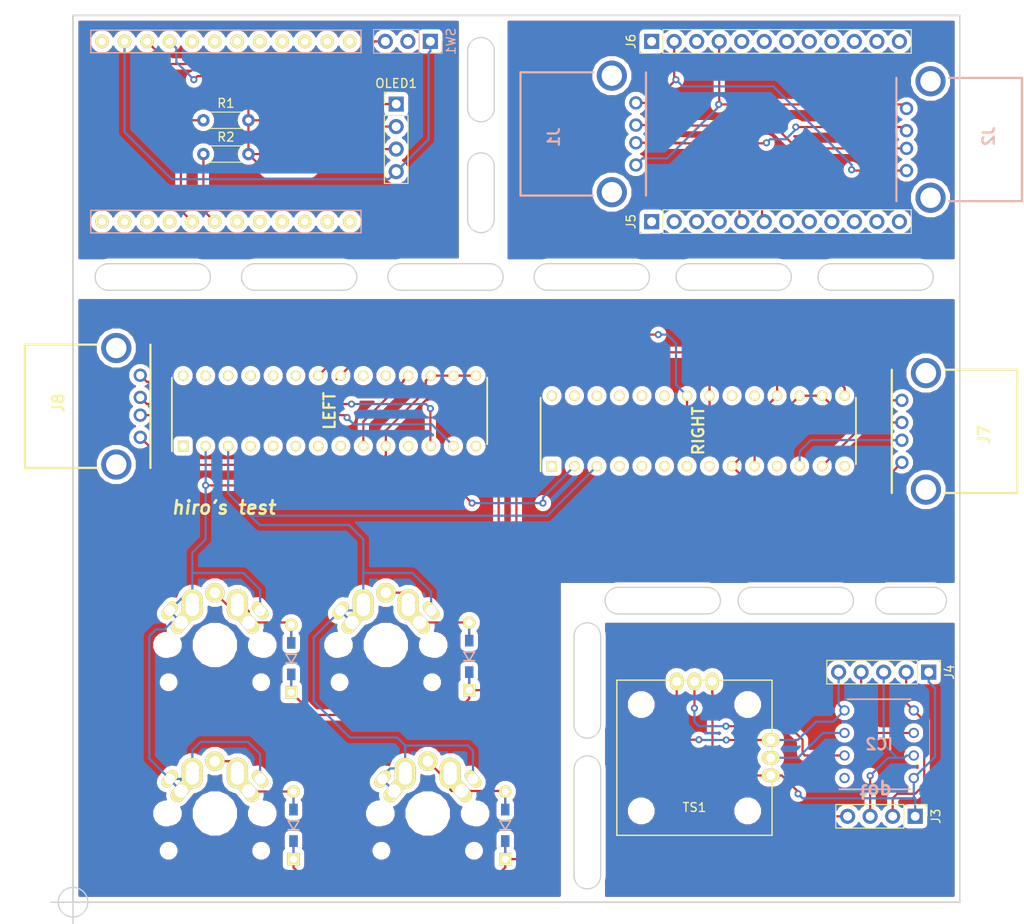
<source format=kicad_pcb>
(kicad_pcb (version 20171130) (host pcbnew "(5.0.0)")
  (layers (0 F.Cu signal) (31 B.Cu signal) (34 B.Paste user) (35 F.Paste user) (36 B.SilkS user) (37 F.SilkS user) (38 B.Mask user) (39 F.Mask user) (44 Edge.Cuts user))
  (net 0 "")
  (net 1 "Net-(D1-Pad2)")
  (net 2 col0)
  (net 3 "Net-(D2-Pad2)")
  (net 4 col1)
  (net 5 "Net-(D3-Pad2)")
  (net 6 "Net-(D4-Pad2)")
  (net 7 GND)
  (net 8 RST)
  (net 9 5V)
  (net 10 "Net-(IC1-Pad6)")
  (net 11 "Net-(IC1-Pad5)")
  (net 12 +5V)
  (net 13 0)
  (net 14 row0)
  (net 15 row1)
  (net 16 B_SDA)
  (net 17 B_SCL)
  (net 18 B_GND)
  (net 19 B_5V)
  (net 20 /tiny/x)
  (net 21 /tiny/y)
  (net 22 /tiny/GND)
  (net 23 /tiny/MISO)
  (net 24 /tiny/VCC)
  (net 25 "Net-(J7-Pad3)")
  (net 26 "Net-(J7-Pad2)")
  (net 27 "Net-(J8-Pad2)")
  (net 28 "Net-(J8-Pad3)")
  (net 29 /tiny/TINY_5)
  (net 30 /tiny/TINY_7)
  (module Connector_PinHeader_2.54mm:PinHeader_1x03_P2.54mm_Vertical (layer B.Cu) (at 70.3 27.932 90)
    (fp_text reference SW1 (at 0 2.33 90) (layer B.SilkS) (effects (justify mirror)))
    (fp_text value SW_DIP_x02)
    (pad 3 thru_hole oval (at 0 -5.08 90) (size 1.7 1.7) (drill 1) (layers *.Cu *.Mask) (net 8 RST))
    (pad 2 thru_hole oval (at 0 -2.54 90) (size 1.7 1.7) (drill 1) (layers *.Cu *.Mask) (net 7 GND))
    (pad 1 thru_hole rect (at 0 0 90) (size 1.7 1.7) (drill 1) (layers *.Cu *.Mask) (net 7 GND))
  )
  (module MCP23017-E_SP:DIP794W56P254L3486H508Q28N (layer F.Cu) (at 100.508 71.858 90)
    (fp_text reference RIGHT (at 0 0 90) (layer F.SilkS) (effects (font (size 1.27 1.27) (thickness 0.254))))
    (fp_text value MCP23017-E_SP hide)
    (pad 1 thru_hole rect (at -3.969 -16.51 180) (size 1.159 1.159) (drill 0.759) (layers *.Cu *.Mask F.SilkS))
    (pad 2 thru_hole circle (at -3.969 -13.97 180) (size 1.159 1.159) (drill 0.759) (layers *.Cu *.Mask F.SilkS) (net 14 row0))
    (pad 3 thru_hole circle (at -3.969 -11.43 180) (size 1.159 1.159) (drill 0.759) (layers *.Cu *.Mask F.SilkS) (net 15 row1))
    (pad 4 thru_hole circle (at -3.969 -8.89 180) (size 1.159 1.159) (drill 0.759) (layers *.Cu *.Mask F.SilkS))
    (pad 5 thru_hole circle (at -3.969 -6.35 180) (size 1.159 1.159) (drill 0.759) (layers *.Cu *.Mask F.SilkS))
    (pad 6 thru_hole circle (at -3.969 -3.81 180) (size 1.159 1.159) (drill 0.759) (layers *.Cu *.Mask F.SilkS))
    (pad 7 thru_hole circle (at -3.969 -1.27 180) (size 1.159 1.159) (drill 0.759) (layers *.Cu *.Mask F.SilkS))
    (pad 8 thru_hole circle (at -3.969 1.27 180) (size 1.159 1.159) (drill 0.759) (layers *.Cu *.Mask F.SilkS))
    (pad 9 thru_hole circle (at -3.969 3.81 180) (size 1.159 1.159) (drill 0.759) (layers *.Cu *.Mask F.SilkS) (net 12 +5V))
    (pad 10 thru_hole circle (at -3.969 6.35 180) (size 1.159 1.159) (drill 0.759) (layers *.Cu *.Mask F.SilkS) (net 13 0))
    (pad 11 thru_hole circle (at -3.969 8.89 180) (size 1.159 1.159) (drill 0.759) (layers *.Cu *.Mask F.SilkS))
    (pad 12 thru_hole circle (at -3.969 11.43 180) (size 1.159 1.159) (drill 0.759) (layers *.Cu *.Mask F.SilkS) (net 26 "Net-(J7-Pad2)"))
    (pad 13 thru_hole circle (at -3.969 13.97 180) (size 1.159 1.159) (drill 0.759) (layers *.Cu *.Mask F.SilkS) (net 25 "Net-(J7-Pad3)"))
    (pad 14 thru_hole circle (at -3.969 16.51 180) (size 1.159 1.159) (drill 0.759) (layers *.Cu *.Mask F.SilkS))
    (pad 15 thru_hole circle (at 3.969 16.51 180) (size 1.159 1.159) (drill 0.759) (layers *.Cu *.Mask F.SilkS) (net 12 +5V))
    (pad 16 thru_hole circle (at 3.969 13.97 180) (size 1.159 1.159) (drill 0.759) (layers *.Cu *.Mask F.SilkS) (net 13 0))
    (pad 17 thru_hole circle (at 3.969 11.43 180) (size 1.159 1.159) (drill 0.759) (layers *.Cu *.Mask F.SilkS) (net 13 0))
    (pad 18 thru_hole circle (at 3.969 8.89 180) (size 1.159 1.159) (drill 0.759) (layers *.Cu *.Mask F.SilkS) (net 12 +5V))
    (pad 19 thru_hole circle (at 3.969 6.35 180) (size 1.159 1.159) (drill 0.759) (layers *.Cu *.Mask F.SilkS))
    (pad 20 thru_hole circle (at 3.969 3.81 180) (size 1.159 1.159) (drill 0.759) (layers *.Cu *.Mask F.SilkS))
    (pad 21 thru_hole circle (at 3.969 1.27 180) (size 1.159 1.159) (drill 0.759) (layers *.Cu *.Mask F.SilkS) (net 4 col1))
    (pad 22 thru_hole circle (at 3.969 -1.27 180) (size 1.159 1.159) (drill 0.759) (layers *.Cu *.Mask F.SilkS) (net 2 col0))
    (pad 23 thru_hole circle (at 3.969 -3.81 180) (size 1.159 1.159) (drill 0.759) (layers *.Cu *.Mask F.SilkS))
    (pad 24 thru_hole circle (at 3.969 -6.35 180) (size 1.159 1.159) (drill 0.759) (layers *.Cu *.Mask F.SilkS))
    (pad 25 thru_hole circle (at 3.969 -8.89 180) (size 1.159 1.159) (drill 0.759) (layers *.Cu *.Mask F.SilkS))
    (pad 26 thru_hole circle (at 3.969 -11.43 180) (size 1.159 1.159) (drill 0.759) (layers *.Cu *.Mask F.SilkS))
    (pad 27 thru_hole circle (at 3.969 -13.97 180) (size 1.159 1.159) (drill 0.759) (layers *.Cu *.Mask F.SilkS))
    (pad 28 thru_hole circle (at 3.969 -16.51 180) (size 1.159 1.159) (drill 0.759) (layers *.Cu *.Mask F.SilkS))
  )
  (module MCP23017-E_SP:DIP794W56P254L3486H508Q28N (layer F.Cu) (at 58.928 69.596 90)
    (fp_text reference LEFT (at 0 0 90) (layer F.SilkS) (effects (font (size 1.27 1.27) (thickness 0.254))))
    (fp_text value MCP23017-E_SP hide)
    (pad 1 thru_hole rect (at -3.969 -16.51 180) (size 1.159 1.159) (drill 0.759) (layers *.Cu *.Mask F.SilkS))
    (pad 2 thru_hole circle (at -3.969 -13.97 180) (size 1.159 1.159) (drill 0.759) (layers *.Cu *.Mask F.SilkS) (net 14 row0))
    (pad 3 thru_hole circle (at -3.969 -11.43 180) (size 1.159 1.159) (drill 0.759) (layers *.Cu *.Mask F.SilkS) (net 15 row1))
    (pad 4 thru_hole circle (at -3.969 -8.89 180) (size 1.159 1.159) (drill 0.759) (layers *.Cu *.Mask F.SilkS))
    (pad 5 thru_hole circle (at -3.969 -6.35 180) (size 1.159 1.159) (drill 0.759) (layers *.Cu *.Mask F.SilkS))
    (pad 6 thru_hole circle (at -3.969 -3.81 180) (size 1.159 1.159) (drill 0.759) (layers *.Cu *.Mask F.SilkS))
    (pad 7 thru_hole circle (at -3.969 -1.27 180) (size 1.159 1.159) (drill 0.759) (layers *.Cu *.Mask F.SilkS))
    (pad 8 thru_hole circle (at -3.969 1.27 180) (size 1.159 1.159) (drill 0.759) (layers *.Cu *.Mask F.SilkS))
    (pad 9 thru_hole circle (at -3.969 3.81 180) (size 1.159 1.159) (drill 0.759) (layers *.Cu *.Mask F.SilkS) (net 12 +5V))
    (pad 10 thru_hole circle (at -3.969 6.35 180) (size 1.159 1.159) (drill 0.759) (layers *.Cu *.Mask F.SilkS) (net 13 0))
    (pad 11 thru_hole circle (at -3.969 8.89 180) (size 1.159 1.159) (drill 0.759) (layers *.Cu *.Mask F.SilkS))
    (pad 12 thru_hole circle (at -3.969 11.43 180) (size 1.159 1.159) (drill 0.759) (layers *.Cu *.Mask F.SilkS) (net 27 "Net-(J8-Pad2)"))
    (pad 13 thru_hole circle (at -3.969 13.97 180) (size 1.159 1.159) (drill 0.759) (layers *.Cu *.Mask F.SilkS) (net 28 "Net-(J8-Pad3)"))
    (pad 14 thru_hole circle (at -3.969 16.51 180) (size 1.159 1.159) (drill 0.759) (layers *.Cu *.Mask F.SilkS))
    (pad 15 thru_hole circle (at 3.969 16.51 180) (size 1.159 1.159) (drill 0.759) (layers *.Cu *.Mask F.SilkS) (net 13 0))
    (pad 16 thru_hole circle (at 3.969 13.97 180) (size 1.159 1.159) (drill 0.759) (layers *.Cu *.Mask F.SilkS) (net 13 0))
    (pad 17 thru_hole circle (at 3.969 11.43 180) (size 1.159 1.159) (drill 0.759) (layers *.Cu *.Mask F.SilkS) (net 13 0))
    (pad 18 thru_hole circle (at 3.969 8.89 180) (size 1.159 1.159) (drill 0.759) (layers *.Cu *.Mask F.SilkS) (net 12 +5V))
    (pad 19 thru_hole circle (at 3.969 6.35 180) (size 1.159 1.159) (drill 0.759) (layers *.Cu *.Mask F.SilkS))
    (pad 20 thru_hole circle (at 3.969 3.81 180) (size 1.159 1.159) (drill 0.759) (layers *.Cu *.Mask F.SilkS))
    (pad 21 thru_hole circle (at 3.969 1.27 180) (size 1.159 1.159) (drill 0.759) (layers *.Cu *.Mask F.SilkS) (net 4 col1))
    (pad 22 thru_hole circle (at 3.969 -1.27 180) (size 1.159 1.159) (drill 0.759) (layers *.Cu *.Mask F.SilkS) (net 2 col0))
    (pad 23 thru_hole circle (at 3.969 -3.81 180) (size 1.159 1.159) (drill 0.759) (layers *.Cu *.Mask F.SilkS))
    (pad 24 thru_hole circle (at 3.969 -6.35 180) (size 1.159 1.159) (drill 0.759) (layers *.Cu *.Mask F.SilkS))
    (pad 25 thru_hole circle (at 3.969 -8.89 180) (size 1.159 1.159) (drill 0.759) (layers *.Cu *.Mask F.SilkS))
    (pad 26 thru_hole circle (at 3.969 -11.43 180) (size 1.159 1.159) (drill 0.759) (layers *.Cu *.Mask F.SilkS))
    (pad 27 thru_hole circle (at 3.969 -13.97 180) (size 1.159 1.159) (drill 0.759) (layers *.Cu *.Mask F.SilkS))
    (pad 28 thru_hole circle (at 3.969 -16.51 180) (size 1.159 1.159) (drill 0.759) (layers *.Cu *.Mask F.SilkS))
  )
  (module keyboard:no_moge_micle (layer F.Cu) (at 47.244 38.1 90)
    (fp_text reference IC1 hide)
    (fp_text value DEV-12587 hide)
    (pad 24 thru_hole circle (at 10.16 -13.97 90) (size 1.524 1.524) (drill 0.8128) (layers *.Cu *.Mask F.SilkS))
    (pad 23 thru_hole circle (at 10.16 -11.43 90) (size 1.524 1.524) (drill 0.8128) (layers *.Cu *.Mask F.SilkS) (net 7 GND))
    (pad 22 thru_hole circle (at 10.16 -8.89 90) (size 1.524 1.524) (drill 0.8128) (layers *.Cu *.Mask F.SilkS) (net 8 RST))
    (pad 21 thru_hole circle (at 10.16 -6.35 90) (size 1.524 1.524) (drill 0.8128) (layers *.Cu *.Mask F.SilkS) (net 9 5V))
    (pad 20 thru_hole circle (at 10.16 -3.81 90) (size 1.524 1.524) (drill 0.8128) (layers *.Cu *.Mask F.SilkS))
    (pad 19 thru_hole circle (at 10.16 -1.27 90) (size 1.524 1.524) (drill 0.8128) (layers *.Cu *.Mask F.SilkS))
    (pad 18 thru_hole circle (at 10.16 1.27 90) (size 1.524 1.524) (drill 0.8128) (layers *.Cu *.Mask F.SilkS))
    (pad 17 thru_hole circle (at 10.16 3.81 90) (size 1.524 1.524) (drill 0.8128) (layers *.Cu *.Mask F.SilkS))
    (pad 16 thru_hole circle (at 10.16 6.35 90) (size 1.524 1.524) (drill 0.8128) (layers *.Cu *.Mask F.SilkS))
    (pad 15 thru_hole circle (at 10.16 8.89 90) (size 1.524 1.524) (drill 0.8128) (layers *.Cu *.Mask F.SilkS))
    (pad 14 thru_hole circle (at 10.16 11.43 90) (size 1.524 1.524) (drill 0.8128) (layers *.Cu *.Mask F.SilkS))
    (pad 13 thru_hole circle (at 10.16 13.97 90) (size 1.524 1.524) (drill 0.8128) (layers *.Cu *.Mask F.SilkS))
    (pad 12 thru_hole circle (at -10.16 13.97 90) (size 1.524 1.524) (drill 0.8128) (layers *.Cu *.Mask F.SilkS))
    (pad 11 thru_hole circle (at -10.16 11.43 90) (size 1.524 1.524) (drill 0.8128) (layers *.Cu *.Mask F.SilkS))
    (pad 10 thru_hole circle (at -10.16 8.89 90) (size 1.524 1.524) (drill 0.8128) (layers *.Cu *.Mask F.SilkS))
    (pad 9 thru_hole circle (at -10.16 6.35 90) (size 1.524 1.524) (drill 0.8128) (layers *.Cu *.Mask F.SilkS))
    (pad 8 thru_hole circle (at -10.16 3.81 90) (size 1.524 1.524) (drill 0.8128) (layers *.Cu *.Mask F.SilkS))
    (pad 7 thru_hole circle (at -10.16 1.27 90) (size 1.524 1.524) (drill 0.8128) (layers *.Cu *.Mask F.SilkS))
    (pad 6 thru_hole circle (at -10.16 -1.27 90) (size 1.524 1.524) (drill 0.8128) (layers *.Cu *.Mask F.SilkS) (net 10 "Net-(IC1-Pad6)"))
    (pad 5 thru_hole circle (at -10.16 -3.81 90) (size 1.524 1.524) (drill 0.8128) (layers *.Cu *.Mask F.SilkS) (net 11 "Net-(IC1-Pad5)"))
    (pad 4 thru_hole circle (at -10.16 -6.35 90) (size 1.524 1.524) (drill 0.8128) (layers *.Cu *.Mask F.SilkS))
    (pad 3 thru_hole circle (at -10.16 -8.89 90) (size 1.524 1.524) (drill 0.8128) (layers *.Cu *.Mask F.SilkS))
    (pad 2 thru_hole circle (at -10.16 -11.43 90) (size 1.524 1.524) (drill 0.8128) (layers *.Cu *.Mask F.SilkS))
    (pad 1 thru_hole circle (at -10.16 -13.97 90) (size 1.524 1.524) (drill 0.8128) (layers *.Cu *.Mask F.SilkS))
  )
  (module Connector_PinHeader_2.54mm:PinHeader_1x04_P2.54mm_Vertical (layer F.Cu) (at 66.444 35)
    (fp_text reference OLED1 (at 0 -2.33) (layer F.SilkS))
    (fp_text value Conn_01x04)
    (pad 1 thru_hole rect (at 0 0) (size 1.7 1.7) (drill 1) (layers *.Cu *.Mask) (net 9 5V))
    (pad 2 thru_hole oval (at 0 2.54) (size 1.7 1.7) (drill 1) (layers *.Cu *.Mask) (net 9 5V))
    (pad 3 thru_hole oval (at 0 5.08) (size 1.7 1.7) (drill 1) (layers *.Cu *.Mask) (net 9 5V))
    (pad 4 thru_hole oval (at 0 7.62) (size 1.7 1.7) (drill 1) (layers *.Cu *.Mask) (net 7 GND))
  )
  (module Resistor_THT:R_Axial_DIN0204_L3.6mm_D1.6mm_P5.08mm_Horizontal (layer F.Cu) (at 44.704 36.83)
    (fp_text reference R1 (at 2.54 -1.92) (layer F.SilkS))
    (fp_text value R)
    (pad 1 thru_hole circle (at 0 0) (size 1.4 1.4) (drill 0.7) (layers *.Cu *.Mask) (net 11 "Net-(IC1-Pad5)"))
    (pad 2 thru_hole oval (at 5.08 0) (size 1.4 1.4) (drill 0.7) (layers *.Cu *.Mask) (net 9 5V))
  )
  (module Resistor_THT:R_Axial_DIN0204_L3.6mm_D1.6mm_P5.08mm_Horizontal (layer F.Cu) (at 44.704 40.64)
    (fp_text reference R2 (at 2.54 -1.92) (layer F.SilkS))
    (fp_text value R)
    (pad 2 thru_hole oval (at 5.08 0) (size 1.4 1.4) (drill 0.7) (layers *.Cu *.Mask) (net 9 5V))
    (pad 1 thru_hole circle (at 0 0) (size 1.4 1.4) (drill 0.7) (layers *.Cu *.Mask) (net 10 "Net-(IC1-Pad6)"))
  )
  (module keyboard:key_switch_1u (layer F.Cu) (at 46 96)
    (fp_text reference SW2 hide)
    (fp_text value SW_PUSH hide)
    (pad 1 thru_hole oval (at 5.1 -3.9 310) (size 2.2 1.25) (drill 1.2) (layers *.Cu *.Mask F.SilkS) (net 14 row0))
    (pad "" np_thru_hole circle (at 0 0 90) (size 4 4) (drill 4) (layers *.Cu *.Mask F.SilkS))
    (pad "" np_thru_hole circle (at -5.5 0 90) (size 1.9 1.9) (drill 1.9) (layers *.Cu *.Mask F.SilkS))
    (pad "" np_thru_hole circle (at 5.5 0 90) (size 1.9 1.9) (drill 1.9) (layers *.Cu *.Mask F.SilkS))
    (pad 1 thru_hole oval (at -5.1 -3.9 50) (size 2.2 1.25) (drill 1.2) (layers *.Cu *.Mask F.SilkS) (net 14 row0))
    (pad 2 thru_hole circle (at 0 -5.9 90) (size 2.2 2.2) (drill 1.2) (layers *.Cu *.Mask F.SilkS) (net 1 "Net-(D1-Pad2)"))
    (pad 2 thru_hole circle (at 2.54 -5.08) (size 2.4 2.4) (drill 1.5) (layers *.Cu *.Mask F.SilkS) (net 1 "Net-(D1-Pad2)"))
    (pad 1 thru_hole oval (at -3.81 -2.54 50) (size 2.8 1.55) (drill 1.5) (layers *.Cu *.Mask F.SilkS) (net 14 row0))
    (pad 1 thru_hole circle (at -2.54 -5.08) (size 2.4 2.4) (drill 1.5) (layers *.Cu *.Mask F.SilkS) (net 14 row0))
    (pad 2 thru_hole oval (at 3.81 -2.54 310) (size 2.8 1.55) (drill 1.5) (layers *.Cu *.Mask F.SilkS) (net 1 "Net-(D1-Pad2)"))
    (pad 2 thru_hole circle (at 2.54 -4.5) (size 2.4 2.4) (drill 1.5) (layers *.Cu *.Mask F.SilkS) (net 1 "Net-(D1-Pad2)"))
    (pad 2 thru_hole circle (at 2.54 -4) (size 2.4 2.4) (drill 1.5) (layers *.Cu *.Mask F.SilkS) (net 1 "Net-(D1-Pad2)"))
    (pad 1 thru_hole circle (at -2.54 -4) (size 2.4 2.4) (drill 1.5) (layers *.Cu *.Mask F.SilkS) (net 14 row0))
    (pad 1 thru_hole circle (at -2.54 -4.5) (size 2.4 2.4) (drill 1.5) (layers *.Cu *.Mask F.SilkS) (net 14 row0))
    (pad "" np_thru_hole circle (at 5.08 0) (size 1.7 1.7) (drill 1.7) (layers *.Cu *.Mask F.SilkS))
    (pad "" np_thru_hole circle (at -5.08 0) (size 1.7 1.7) (drill 1.7) (layers *.Cu *.Mask F.SilkS))
    (pad "" np_thru_hole circle (at 5.22 4.2) (size 1 1) (drill 1) (layers *.Cu *.Mask F.SilkS))
    (pad "" np_thru_hole circle (at -5.22 4.2) (size 1 1) (drill 1) (layers *.Cu *.Mask F.SilkS))
  )
  (module keyboard:key_switch_1u (layer F.Cu) (at 46 115)
    (fp_text reference SW3 hide)
    (fp_text value SW_PUSH hide)
    (pad "" np_thru_hole circle (at -5.22 4.2) (size 1 1) (drill 1) (layers *.Cu *.Mask F.SilkS))
    (pad "" np_thru_hole circle (at 5.22 4.2) (size 1 1) (drill 1) (layers *.Cu *.Mask F.SilkS))
    (pad "" np_thru_hole circle (at -5.08 0) (size 1.7 1.7) (drill 1.7) (layers *.Cu *.Mask F.SilkS))
    (pad "" np_thru_hole circle (at 5.08 0) (size 1.7 1.7) (drill 1.7) (layers *.Cu *.Mask F.SilkS))
    (pad 1 thru_hole circle (at -2.54 -4.5) (size 2.4 2.4) (drill 1.5) (layers *.Cu *.Mask F.SilkS) (net 14 row0))
    (pad 1 thru_hole circle (at -2.54 -4) (size 2.4 2.4) (drill 1.5) (layers *.Cu *.Mask F.SilkS) (net 14 row0))
    (pad 2 thru_hole circle (at 2.54 -4) (size 2.4 2.4) (drill 1.5) (layers *.Cu *.Mask F.SilkS) (net 3 "Net-(D2-Pad2)"))
    (pad 2 thru_hole circle (at 2.54 -4.5) (size 2.4 2.4) (drill 1.5) (layers *.Cu *.Mask F.SilkS) (net 3 "Net-(D2-Pad2)"))
    (pad 2 thru_hole oval (at 3.81 -2.54 310) (size 2.8 1.55) (drill 1.5) (layers *.Cu *.Mask F.SilkS) (net 3 "Net-(D2-Pad2)"))
    (pad 1 thru_hole circle (at -2.54 -5.08) (size 2.4 2.4) (drill 1.5) (layers *.Cu *.Mask F.SilkS) (net 14 row0))
    (pad 1 thru_hole oval (at -3.81 -2.54 50) (size 2.8 1.55) (drill 1.5) (layers *.Cu *.Mask F.SilkS) (net 14 row0))
    (pad 2 thru_hole circle (at 2.54 -5.08) (size 2.4 2.4) (drill 1.5) (layers *.Cu *.Mask F.SilkS) (net 3 "Net-(D2-Pad2)"))
    (pad 2 thru_hole circle (at 0 -5.9 90) (size 2.2 2.2) (drill 1.2) (layers *.Cu *.Mask F.SilkS) (net 3 "Net-(D2-Pad2)"))
    (pad 1 thru_hole oval (at -5.1 -3.9 50) (size 2.2 1.25) (drill 1.2) (layers *.Cu *.Mask F.SilkS) (net 14 row0))
    (pad "" np_thru_hole circle (at 5.5 0 90) (size 1.9 1.9) (drill 1.9) (layers *.Cu *.Mask F.SilkS))
    (pad "" np_thru_hole circle (at -5.5 0 90) (size 1.9 1.9) (drill 1.9) (layers *.Cu *.Mask F.SilkS))
    (pad "" np_thru_hole circle (at 0 0 90) (size 4 4) (drill 4) (layers *.Cu *.Mask F.SilkS))
    (pad 1 thru_hole oval (at 5.1 -3.9 310) (size 2.2 1.25) (drill 1.2) (layers *.Cu *.Mask F.SilkS) (net 14 row0))
  )
  (module keyboard:key_switch_15u (layer F.Cu) (at 70 115)
    (fp_text reference SW5 hide)
    (fp_text value SW_PUSH hide)
    (pad 1 thru_hole oval (at 5.1 -3.9 310) (size 2.2 1.25) (drill 1.2) (layers *.Cu *.Mask F.SilkS) (net 15 row1))
    (pad "" np_thru_hole circle (at 0 0 90) (size 4 4) (drill 4) (layers *.Cu *.Mask F.SilkS))
    (pad "" np_thru_hole circle (at -5.5 0 90) (size 1.9 1.9) (drill 1.9) (layers *.Cu *.Mask F.SilkS))
    (pad "" np_thru_hole circle (at 5.5 0 90) (size 1.9 1.9) (drill 1.9) (layers *.Cu *.Mask F.SilkS))
    (pad 1 thru_hole oval (at -5.1 -3.9 50) (size 2.2 1.25) (drill 1.2) (layers *.Cu *.Mask F.SilkS) (net 15 row1))
    (pad 2 thru_hole circle (at 0 -5.9 90) (size 2.2 2.2) (drill 1.2) (layers *.Cu *.Mask F.SilkS) (net 6 "Net-(D4-Pad2)"))
    (pad 2 thru_hole circle (at 2.54 -5.08) (size 2.4 2.4) (drill 1.5) (layers *.Cu *.Mask F.SilkS) (net 6 "Net-(D4-Pad2)"))
    (pad 1 thru_hole oval (at -3.81 -2.54 50) (size 2.8 1.55) (drill 1.5) (layers *.Cu *.Mask F.SilkS) (net 15 row1))
    (pad 1 thru_hole circle (at -2.54 -5.08) (size 2.4 2.4) (drill 1.5) (layers *.Cu *.Mask F.SilkS) (net 15 row1))
    (pad 2 thru_hole oval (at 3.81 -2.54 310) (size 2.8 1.55) (drill 1.5) (layers *.Cu *.Mask F.SilkS) (net 6 "Net-(D4-Pad2)"))
    (pad 2 thru_hole circle (at 2.54 -4.5) (size 2.4 2.4) (drill 1.5) (layers *.Cu *.Mask F.SilkS) (net 6 "Net-(D4-Pad2)"))
    (pad 2 thru_hole circle (at 2.54 -4) (size 2.4 2.4) (drill 1.5) (layers *.Cu *.Mask F.SilkS) (net 6 "Net-(D4-Pad2)"))
    (pad 1 thru_hole circle (at -2.54 -4) (size 2.4 2.4) (drill 1.5) (layers *.Cu *.Mask F.SilkS) (net 15 row1))
    (pad 1 thru_hole circle (at -2.54 -4.5) (size 2.4 2.4) (drill 1.5) (layers *.Cu *.Mask F.SilkS) (net 15 row1))
    (pad "" np_thru_hole circle (at 5.08 0) (size 1.7 1.7) (drill 1.7) (layers *.Cu *.Mask F.SilkS))
    (pad "" np_thru_hole circle (at -5.08 0) (size 1.7 1.7) (drill 1.7) (layers *.Cu *.Mask F.SilkS))
    (pad "" np_thru_hole circle (at 5.22 4.2) (size 1 1) (drill 1) (layers *.Cu *.Mask F.SilkS))
    (pad "" np_thru_hole circle (at -5.22 4.2) (size 1 1) (drill 1) (layers *.Cu *.Mask F.SilkS))
  )
  (module keyboard:diode (layer F.Cu) (at 54.61 97.536 90)
    (fp_text reference D1 hide)
    (fp_text value 1N4148 hide)
    (pad 2 smd rect (at 1.775 0 90) (size 1.3 0.95) (layers F.Cu F.Paste F.Mask) (net 1 "Net-(D1-Pad2)"))
    (pad 2 thru_hole circle (at 3.81 0 90) (size 1.397 1.397) (drill 0.8128) (layers *.Cu *.Mask F.SilkS) (net 1 "Net-(D1-Pad2)"))
    (pad 1 thru_hole rect (at -3.81 0 90) (size 1.397 1.397) (drill 0.8128) (layers *.Cu *.Mask F.SilkS) (net 2 col0))
    (pad 1 smd rect (at -1.775 0 90) (size 1.3 0.95) (layers B.Cu B.Paste B.Mask) (net 2 col0))
    (pad 2 smd rect (at 1.775 0 90) (size 1.3 0.95) (layers B.Cu B.Paste B.Mask) (net 1 "Net-(D1-Pad2)"))
    (pad 1 smd rect (at -1.775 0 90) (size 1.3 0.95) (layers F.Cu F.Paste F.Mask) (net 2 col0))
  )
  (module keyboard:diode (layer F.Cu) (at 54.864 116.332 90)
    (fp_text reference D2 hide)
    (fp_text value 1N4148 hide)
    (pad 2 smd rect (at 1.775 0 90) (size 1.3 0.95) (layers F.Cu F.Paste F.Mask) (net 3 "Net-(D2-Pad2)"))
    (pad 2 thru_hole circle (at 3.81 0 90) (size 1.397 1.397) (drill 0.8128) (layers *.Cu *.Mask F.SilkS) (net 3 "Net-(D2-Pad2)"))
    (pad 1 thru_hole rect (at -3.81 0 90) (size 1.397 1.397) (drill 0.8128) (layers *.Cu *.Mask F.SilkS) (net 4 col1))
    (pad 1 smd rect (at -1.775 0 90) (size 1.3 0.95) (layers B.Cu B.Paste B.Mask) (net 4 col1))
    (pad 2 smd rect (at 1.775 0 90) (size 1.3 0.95) (layers B.Cu B.Paste B.Mask) (net 3 "Net-(D2-Pad2)"))
    (pad 1 smd rect (at -1.775 0 90) (size 1.3 0.95) (layers F.Cu F.Paste F.Mask) (net 4 col1))
  )
  (module keyboard:diode (layer F.Cu) (at 74.676 97.282 90)
    (fp_text reference D3 hide)
    (fp_text value 1N4148 hide)
    (pad 1 smd rect (at -1.775 0 90) (size 1.3 0.95) (layers F.Cu F.Paste F.Mask) (net 2 col0))
    (pad 2 smd rect (at 1.775 0 90) (size 1.3 0.95) (layers B.Cu B.Paste B.Mask) (net 5 "Net-(D3-Pad2)"))
    (pad 1 smd rect (at -1.775 0 90) (size 1.3 0.95) (layers B.Cu B.Paste B.Mask) (net 2 col0))
    (pad 1 thru_hole rect (at -3.81 0 90) (size 1.397 1.397) (drill 0.8128) (layers *.Cu *.Mask F.SilkS) (net 2 col0))
    (pad 2 thru_hole circle (at 3.81 0 90) (size 1.397 1.397) (drill 0.8128) (layers *.Cu *.Mask F.SilkS) (net 5 "Net-(D3-Pad2)"))
    (pad 2 smd rect (at 1.775 0 90) (size 1.3 0.95) (layers F.Cu F.Paste F.Mask) (net 5 "Net-(D3-Pad2)"))
  )
  (module keyboard:diode (layer F.Cu) (at 78.74 116.332 90)
    (fp_text reference D4 hide)
    (fp_text value 1N4148 hide)
    (pad 1 smd rect (at -1.775 0 90) (size 1.3 0.95) (layers F.Cu F.Paste F.Mask) (net 4 col1))
    (pad 2 smd rect (at 1.775 0 90) (size 1.3 0.95) (layers B.Cu B.Paste B.Mask) (net 6 "Net-(D4-Pad2)"))
    (pad 1 smd rect (at -1.775 0 90) (size 1.3 0.95) (layers B.Cu B.Paste B.Mask) (net 4 col1))
    (pad 1 thru_hole rect (at -3.81 0 90) (size 1.397 1.397) (drill 0.8128) (layers *.Cu *.Mask F.SilkS) (net 4 col1))
    (pad 2 thru_hole circle (at 3.81 0 90) (size 1.397 1.397) (drill 0.8128) (layers *.Cu *.Mask F.SilkS) (net 6 "Net-(D4-Pad2)"))
    (pad 2 smd rect (at 1.775 0 90) (size 1.3 0.95) (layers F.Cu F.Paste F.Mask) (net 6 "Net-(D4-Pad2)"))
  )
  (module keyboard:USB-2.0-TYPE-A (layer B.Cu) (at 80.462 38.37 90)
    (fp_text reference J1 (at -0.369 3.754 90) (layer B.SilkS) (effects (font (size 1.27 1.27) (thickness 0.254)) (justify mirror)))
    (fp_text value 614004190021 hide)
    (pad 6 thru_hole circle (at 6.57 10.3 90) (size 3.4 3.4) (drill 2.3) (layers *.Cu *.Mask))
    (pad 5 thru_hole circle (at -6.57 10.3 90) (size 3.4 3.4) (drill 2.3) (layers *.Cu *.Mask))
    (pad 4 thru_hole circle (at 3.5 13.01 90) (size 1.5 1.5) (drill 0.92) (layers *.Cu *.Mask) (net 18 B_GND))
    (pad 3 thru_hole circle (at 1 13.01 90) (size 1.5 1.5) (drill 0.92) (layers *.Cu *.Mask) (net 17 B_SCL))
    (pad 2 thru_hole circle (at -1 13.01 90) (size 1.5 1.5) (drill 0.92) (layers *.Cu *.Mask) (net 16 B_SDA))
    (pad 1 thru_hole circle (at -3.5 13.01 90) (size 1.5 1.5) (drill 0.92) (layers *.Cu *.Mask) (net 19 B_5V))
  )
  (module keyboard:USB-2.0-TYPE-A (layer B.Cu) (at 137 39 270)
    (fp_text reference J2 (at -0.369 3.754 270) (layer B.SilkS) (effects (font (size 1.27 1.27) (thickness 0.254)) (justify mirror)))
    (fp_text value 614004190021 hide)
    (pad 1 thru_hole circle (at -3.5 13.01 270) (size 1.5 1.5) (drill 0.92) (layers *.Cu *.Mask) (net 19 B_5V))
    (pad 2 thru_hole circle (at -1 13.01 270) (size 1.5 1.5) (drill 0.92) (layers *.Cu *.Mask) (net 16 B_SDA))
    (pad 3 thru_hole circle (at 1 13.01 270) (size 1.5 1.5) (drill 0.92) (layers *.Cu *.Mask) (net 17 B_SCL))
    (pad 4 thru_hole circle (at 3.5 13.01 270) (size 1.5 1.5) (drill 0.92) (layers *.Cu *.Mask) (net 18 B_GND))
    (pad 5 thru_hole circle (at -6.57 10.3 270) (size 3.4 3.4) (drill 2.3) (layers *.Cu *.Mask))
    (pad 6 thru_hole circle (at 6.57 10.3 270) (size 3.4 3.4) (drill 2.3) (layers *.Cu *.Mask))
  )
  (module keyboard:key_switch_1u (layer F.Cu) (at 65.278 96)
    (fp_text reference SW4 hide)
    (fp_text value SW_PUSH hide)
    (pad "" np_thru_hole circle (at -5.22 4.2) (size 1 1) (drill 1) (layers *.Cu *.Mask F.SilkS))
    (pad "" np_thru_hole circle (at 5.22 4.2) (size 1 1) (drill 1) (layers *.Cu *.Mask F.SilkS))
    (pad "" np_thru_hole circle (at -5.08 0) (size 1.7 1.7) (drill 1.7) (layers *.Cu *.Mask F.SilkS))
    (pad "" np_thru_hole circle (at 5.08 0) (size 1.7 1.7) (drill 1.7) (layers *.Cu *.Mask F.SilkS))
    (pad 1 thru_hole circle (at -2.54 -4.5) (size 2.4 2.4) (drill 1.5) (layers *.Cu *.Mask F.SilkS) (net 15 row1))
    (pad 1 thru_hole circle (at -2.54 -4) (size 2.4 2.4) (drill 1.5) (layers *.Cu *.Mask F.SilkS) (net 15 row1))
    (pad 2 thru_hole circle (at 2.54 -4) (size 2.4 2.4) (drill 1.5) (layers *.Cu *.Mask F.SilkS) (net 5 "Net-(D3-Pad2)"))
    (pad 2 thru_hole circle (at 2.54 -4.5) (size 2.4 2.4) (drill 1.5) (layers *.Cu *.Mask F.SilkS) (net 5 "Net-(D3-Pad2)"))
    (pad 2 thru_hole oval (at 3.81 -2.54 310) (size 2.8 1.55) (drill 1.5) (layers *.Cu *.Mask F.SilkS) (net 5 "Net-(D3-Pad2)"))
    (pad 1 thru_hole circle (at -2.54 -5.08) (size 2.4 2.4) (drill 1.5) (layers *.Cu *.Mask F.SilkS) (net 15 row1))
    (pad 1 thru_hole oval (at -3.81 -2.54 50) (size 2.8 1.55) (drill 1.5) (layers *.Cu *.Mask F.SilkS) (net 15 row1))
    (pad 2 thru_hole circle (at 2.54 -5.08) (size 2.4 2.4) (drill 1.5) (layers *.Cu *.Mask F.SilkS) (net 5 "Net-(D3-Pad2)"))
    (pad 2 thru_hole circle (at 0 -5.9 90) (size 2.2 2.2) (drill 1.2) (layers *.Cu *.Mask F.SilkS) (net 5 "Net-(D3-Pad2)"))
    (pad 1 thru_hole oval (at -5.1 -3.9 50) (size 2.2 1.25) (drill 1.2) (layers *.Cu *.Mask F.SilkS) (net 15 row1))
    (pad "" np_thru_hole circle (at 5.5 0 90) (size 1.9 1.9) (drill 1.9) (layers *.Cu *.Mask F.SilkS))
    (pad "" np_thru_hole circle (at -5.5 0 90) (size 1.9 1.9) (drill 1.9) (layers *.Cu *.Mask F.SilkS))
    (pad "" np_thru_hole circle (at 0 0 90) (size 4 4) (drill 4) (layers *.Cu *.Mask F.SilkS))
    (pad 1 thru_hole oval (at 5.1 -3.9 310) (size 2.2 1.25) (drill 1.2) (layers *.Cu *.Mask F.SilkS) (net 15 row1))
  )
  (module Connector_PinHeader_2.54mm:PinHeader_1x12_P2.54mm_Vertical (layer F.Cu) (at 95.25 48.26 90)
    (fp_text reference J5 (at 0 -2.33 90) (layer F.SilkS))
    (fp_text value Conn_01x12)
    (pad 1 thru_hole rect (at 0 0 90) (size 1.7 1.7) (drill 1) (layers *.Cu *.Mask))
    (pad 2 thru_hole oval (at 0 2.54 90) (size 1.7 1.7) (drill 1) (layers *.Cu *.Mask))
    (pad 3 thru_hole oval (at 0 5.08 90) (size 1.7 1.7) (drill 1) (layers *.Cu *.Mask))
    (pad 4 thru_hole oval (at 0 7.62 90) (size 1.7 1.7) (drill 1) (layers *.Cu *.Mask))
    (pad 5 thru_hole oval (at 0 10.16 90) (size 1.7 1.7) (drill 1) (layers *.Cu *.Mask) (net 16 B_SDA))
    (pad 6 thru_hole oval (at 0 12.7 90) (size 1.7 1.7) (drill 1) (layers *.Cu *.Mask) (net 17 B_SCL))
    (pad 7 thru_hole oval (at 0 15.24 90) (size 1.7 1.7) (drill 1) (layers *.Cu *.Mask))
    (pad 8 thru_hole oval (at 0 17.78 90) (size 1.7 1.7) (drill 1) (layers *.Cu *.Mask))
    (pad 9 thru_hole oval (at 0 20.32 90) (size 1.7 1.7) (drill 1) (layers *.Cu *.Mask))
    (pad 10 thru_hole oval (at 0 22.86 90) (size 1.7 1.7) (drill 1) (layers *.Cu *.Mask))
    (pad 11 thru_hole oval (at 0 25.4 90) (size 1.7 1.7) (drill 1) (layers *.Cu *.Mask))
    (pad 12 thru_hole oval (at 0 27.94 90) (size 1.7 1.7) (drill 1) (layers *.Cu *.Mask))
  )
  (module Connector_PinHeader_2.54mm:PinHeader_1x12_P2.54mm_Vertical (layer F.Cu) (at 95.25 27.94 90)
    (fp_text reference J6 (at 0 -2.33 90) (layer F.SilkS))
    (fp_text value Conn_01x12)
    (pad 12 thru_hole oval (at 0 27.94 90) (size 1.7 1.7) (drill 1) (layers *.Cu *.Mask))
    (pad 11 thru_hole oval (at 0 25.4 90) (size 1.7 1.7) (drill 1) (layers *.Cu *.Mask))
    (pad 10 thru_hole oval (at 0 22.86 90) (size 1.7 1.7) (drill 1) (layers *.Cu *.Mask))
    (pad 9 thru_hole oval (at 0 20.32 90) (size 1.7 1.7) (drill 1) (layers *.Cu *.Mask))
    (pad 8 thru_hole oval (at 0 17.78 90) (size 1.7 1.7) (drill 1) (layers *.Cu *.Mask))
    (pad 7 thru_hole oval (at 0 15.24 90) (size 1.7 1.7) (drill 1) (layers *.Cu *.Mask))
    (pad 6 thru_hole oval (at 0 12.7 90) (size 1.7 1.7) (drill 1) (layers *.Cu *.Mask))
    (pad 5 thru_hole oval (at 0 10.16 90) (size 1.7 1.7) (drill 1) (layers *.Cu *.Mask))
    (pad 4 thru_hole oval (at 0 7.62 90) (size 1.7 1.7) (drill 1) (layers *.Cu *.Mask) (net 19 B_5V))
    (pad 3 thru_hole oval (at 0 5.08 90) (size 1.7 1.7) (drill 1) (layers *.Cu *.Mask))
    (pad 2 thru_hole oval (at 0 2.54 90) (size 1.7 1.7) (drill 1) (layers *.Cu *.Mask) (net 18 B_GND))
    (pad 1 thru_hole rect (at 0 0 90) (size 1.7 1.7) (drill 1) (layers *.Cu *.Mask))
  )
  (module keyboard:DIP781W56P254L950H533Q8N (layer B.Cu) (at 120.904 107.188)
    (fp_text reference IC2 (at 0 0) (layer B.SilkS) (effects (font (size 1.27 1.27) (thickness 0.254)) (justify mirror)))
    (fp_text value ATTINY85-20PU hide)
    (pad 1 thru_hole circle (at -3.905 3.81) (size 1.159 1.159) (drill 0.759) (layers *.Cu *.Mask))
    (pad 2 thru_hole circle (at -3.905 1.27) (size 1.159 1.159) (drill 0.759) (layers *.Cu *.Mask) (net 20 /tiny/x))
    (pad 3 thru_hole circle (at -3.905 -1.27) (size 1.159 1.159) (drill 0.759) (layers *.Cu *.Mask) (net 21 /tiny/y))
    (pad 4 thru_hole circle (at -3.905 -3.81) (size 1.159 1.159) (drill 0.759) (layers *.Cu *.Mask) (net 22 /tiny/GND))
    (pad 5 thru_hole circle (at 3.905 -3.81) (size 1.159 1.159) (drill 0.759) (layers *.Cu *.Mask) (net 29 /tiny/TINY_5))
    (pad 6 thru_hole circle (at 3.905 -1.27) (size 1.159 1.159) (drill 0.759) (layers *.Cu *.Mask) (net 23 /tiny/MISO))
    (pad 7 thru_hole circle (at 3.905 1.27) (size 1.159 1.159) (drill 0.759) (layers *.Cu *.Mask) (net 30 /tiny/TINY_7))
    (pad 8 thru_hole circle (at 3.905 3.81) (size 1.159 1.159) (drill 0.759) (layers *.Cu *.Mask) (net 24 /tiny/VCC))
  )
  (module keyboard:USB-2.0-TYPE-A (layer F.Cu) (at 136.48 71.908 90)
    (fp_text reference J7 (at -0.369 -3.754 90) (layer F.SilkS) (effects (font (size 1.27 1.27) (thickness 0.254))))
    (fp_text value 614004190021 hide)
    (pad 6 thru_hole circle (at 6.57 -10.3 90) (size 3.4 3.4) (drill 2.3) (layers *.Cu *.Mask))
    (pad 5 thru_hole circle (at -6.57 -10.3 90) (size 3.4 3.4) (drill 2.3) (layers *.Cu *.Mask))
    (pad 4 thru_hole circle (at 3.5 -13.01 90) (size 1.5 1.5) (drill 0.92) (layers *.Cu *.Mask) (net 13 0))
    (pad 3 thru_hole circle (at 1 -13.01 90) (size 1.5 1.5) (drill 0.92) (layers *.Cu *.Mask) (net 25 "Net-(J7-Pad3)"))
    (pad 2 thru_hole circle (at -1 -13.01 90) (size 1.5 1.5) (drill 0.92) (layers *.Cu *.Mask) (net 26 "Net-(J7-Pad2)"))
    (pad 1 thru_hole circle (at -3.5 -13.01 90) (size 1.5 1.5) (drill 0.92) (layers *.Cu *.Mask) (net 12 +5V))
  )
  (module keyboard:USB-2.0-TYPE-A (layer F.Cu) (at 24.58 69.08 270)
    (fp_text reference J8 (at -0.369 -3.754 270) (layer F.SilkS) (effects (font (size 1.27 1.27) (thickness 0.254))))
    (fp_text value 614004190021 hide)
    (pad 1 thru_hole circle (at -3.5 -13.01 270) (size 1.5 1.5) (drill 0.92) (layers *.Cu *.Mask) (net 12 +5V))
    (pad 2 thru_hole circle (at -1 -13.01 270) (size 1.5 1.5) (drill 0.92) (layers *.Cu *.Mask) (net 27 "Net-(J8-Pad2)"))
    (pad 3 thru_hole circle (at 1 -13.01 270) (size 1.5 1.5) (drill 0.92) (layers *.Cu *.Mask) (net 28 "Net-(J8-Pad3)"))
    (pad 4 thru_hole circle (at 3.5 -13.01 270) (size 1.5 1.5) (drill 0.92) (layers *.Cu *.Mask) (net 13 0))
    (pad 5 thru_hole circle (at -6.57 -10.3 270) (size 3.4 3.4) (drill 2.3) (layers *.Cu *.Mask))
    (pad 6 thru_hole circle (at 6.57 -10.3 270) (size 3.4 3.4) (drill 2.3) (layers *.Cu *.Mask))
  )
  (module keyboard:JT8P-3.2T-B10K-1-16Y (layer F.Cu) (at 100.076 108.712)
    (fp_text reference TS1 (at 0 5.6) (layer F.SilkS))
    (fp_text value JT8P-3.2T-B10K-1-16Y)
    (pad "" np_thru_hole circle (at -6 6) (size 2.01 2.01) (drill 2.01) (layers *.Cu *.Mask F.SilkS))
    (pad "" np_thru_hole circle (at 6 -6) (size 2.01 2.01) (drill 2.01) (layers *.Cu *.Mask F.SilkS))
    (pad "" np_thru_hole circle (at 6 6) (size 2.01 2.01) (drill 2.01) (layers *.Cu *.Mask F.SilkS))
    (pad 1 thru_hole oval (at 8.6 2) (size 2 1.5) (drill 1.01) (layers *.Cu *.Mask F.SilkS) (net 24 /tiny/VCC))
    (pad 3 thru_hole oval (at 8.6 -2) (size 2 1.5) (drill 1.01) (layers *.Cu *.Mask F.SilkS) (net 22 /tiny/GND))
    (pad 3 thru_hole oval (at -2 -8.6) (size 1.5 2) (drill 1.01) (layers *.Cu *.Mask F.SilkS) (net 22 /tiny/GND))
    (pad 1 thru_hole oval (at 2 -8.6) (size 1.5 2) (drill 1.01) (layers *.Cu *.Mask F.SilkS) (net 24 /tiny/VCC))
    (pad 4 thru_hole oval (at 8.6 0) (size 2 1.5) (drill 1.01) (layers *.Cu *.Mask F.SilkS) (net 21 /tiny/y))
    (pad 2 thru_hole oval (at 0 -8.6) (size 1.5 2) (drill 1.01) (layers *.Cu *.Mask F.SilkS) (net 20 /tiny/x))
    (pad "" np_thru_hole circle (at -6 -6) (size 2.01 2.01) (drill 2.01) (layers *.Cu *.Mask F.SilkS))
  )
  (module Connector_PinHeader_2.54mm:PinHeader_1x04_P2.54mm_Vertical (layer F.Cu) (at 124.968 115.316 270)
    (fp_text reference J3 (at 0 -2.33 270) (layer F.SilkS))
    (fp_text value Conn_01x04)
    (pad 1 thru_hole rect (at 0 0 270) (size 1.7 1.7) (drill 1) (layers *.Cu *.Mask) (net 24 /tiny/VCC))
    (pad 2 thru_hole oval (at 0 2.54 270) (size 1.7 1.7) (drill 1) (layers *.Cu *.Mask) (net 29 /tiny/TINY_5))
    (pad 3 thru_hole oval (at 0 5.08 270) (size 1.7 1.7) (drill 1) (layers *.Cu *.Mask) (net 30 /tiny/TINY_7))
    (pad 4 thru_hole oval (at 0 7.62 270) (size 1.7 1.7) (drill 1) (layers *.Cu *.Mask) (net 22 /tiny/GND))
  )
  (module Connector_PinHeader_2.54mm:PinHeader_1x05_P2.54mm_Vertical (layer F.Cu) (at 126.492 99.06 270)
    (fp_text reference J4 (at 0 -2.33 270) (layer F.SilkS))
    (fp_text value Conn_01x05)
    (pad 1 thru_hole rect (at 0 0 270) (size 1.7 1.7) (drill 1) (layers *.Cu *.Mask) (net 24 /tiny/VCC))
    (pad 2 thru_hole oval (at 0 2.54 270) (size 1.7 1.7) (drill 1) (layers *.Cu *.Mask) (net 29 /tiny/TINY_5))
    (pad 3 thru_hole oval (at 0 5.08 270) (size 1.7 1.7) (drill 1) (layers *.Cu *.Mask) (net 30 /tiny/TINY_7))
    (pad 4 thru_hole oval (at 0 7.62 270) (size 1.7 1.7) (drill 1) (layers *.Cu *.Mask) (net 23 /tiny/MISO))
    (pad 5 thru_hole oval (at 0 10.16 270) (size 1.7 1.7) (drill 1) (layers *.Cu *.Mask) (net 22 /tiny/GND))
  )
  (gr_text top (at 120.5 112.5 180) (layer B.SilkS) (effects (font (size 1.5 1.5) (thickness 0.3)) (justify mirror)))
  (gr_text "hiro's test" (at 47 80.5) (layer F.SilkS) (effects (font (size 1.5 1.5) (thickness 0.3) italic)))
  (gr_line (start 86.5 122) (end 86.5 110) (layer Edge.Cuts) (width 0.15))
  (gr_arc (start 88 122) (end 86.5 122) (angle -180) (layer Edge.Cuts) (width 0.15))
  (gr_line (start 89.5 122) (end 89.5 110) (layer Edge.Cuts) (width 0.15))
  (gr_arc (start 88 110) (end 89.5 110) (angle -180) (layer Edge.Cuts) (width 0.15))
  (gr_arc (start 76 35.5) (end 74.5 35.5) (angle -180) (layer Edge.Cuts) (width 0.15))
  (gr_arc (start 76 29) (end 77.5 29) (angle -180) (layer Edge.Cuts) (width 0.15))
  (gr_line (start 74.5 29) (end 74.5 35.5) (layer Edge.Cuts) (width 0.15))
  (gr_line (start 77.5 29) (end 77.5 35.5) (layer Edge.Cuts) (width 0.15))
  (gr_line (start 74.5 42) (end 74.5 48) (layer Edge.Cuts) (width 0.15))
  (gr_line (start 77.5 42) (end 77.5 48) (layer Edge.Cuts) (width 0.15))
  (gr_arc (start 76 48) (end 74.5 48) (angle -180) (layer Edge.Cuts) (width 0.15))
  (gr_arc (start 76 42) (end 77.5 42) (angle -180) (layer Edge.Cuts) (width 0.15))
  (target plus (at 30 125) (size 5) (width 0.15) (layer Edge.Cuts))
  (gr_arc (start 115.5 54.5) (end 115.5 53) (angle -180) (layer Edge.Cuts) (width 0.15))
  (gr_line (start 125.5 56) (end 115.5 56) (layer Edge.Cuts) (width 0.15))
  (gr_line (start 125.5 53) (end 115.5 53) (layer Edge.Cuts) (width 0.15))
  (gr_arc (start 125.5 54.5) (end 125.5 56) (angle -180) (layer Edge.Cuts) (width 0.15))
  (gr_line (start 109.5 56) (end 99.5 56) (layer Edge.Cuts) (width 0.15))
  (gr_arc (start 99.5 54.5) (end 99.5 53) (angle -180) (layer Edge.Cuts) (width 0.15))
  (gr_line (start 109.5 53) (end 99.5 53) (layer Edge.Cuts) (width 0.15))
  (gr_arc (start 109.5 54.5) (end 109.5 56) (angle -180) (layer Edge.Cuts) (width 0.15))
  (gr_arc (start 83.5 54.5) (end 83.5 53) (angle -180) (layer Edge.Cuts) (width 0.15))
  (gr_arc (start 93.5 54.5) (end 93.5 56) (angle -180) (layer Edge.Cuts) (width 0.15))
  (gr_line (start 93.5 53) (end 83.5 53) (layer Edge.Cuts) (width 0.15))
  (gr_line (start 93.5 56) (end 83.5 56) (layer Edge.Cuts) (width 0.15))
  (gr_arc (start 67 54.5) (end 67 53) (angle -180) (layer Edge.Cuts) (width 0.15))
  (gr_arc (start 77 54.5) (end 77 56) (angle -180) (layer Edge.Cuts) (width 0.15))
  (gr_line (start 77 53) (end 67 53) (layer Edge.Cuts) (width 0.15))
  (gr_line (start 77 56) (end 67 56) (layer Edge.Cuts) (width 0.15))
  (gr_arc (start 60.5 54.5) (end 60.5 56) (angle -180) (layer Edge.Cuts) (width 0.15))
  (gr_line (start 60.5 56) (end 50.5 56) (layer Edge.Cuts) (width 0.15))
  (gr_line (start 60.5 53) (end 50.5 53) (layer Edge.Cuts) (width 0.15))
  (gr_arc (start 50.5 54.5) (end 50.5 53) (angle -180) (layer Edge.Cuts) (width 0.15))
  (gr_arc (start 44 54.5) (end 44 56) (angle -180) (layer Edge.Cuts) (width 0.15))
  (gr_line (start 44 53) (end 34 53) (layer Edge.Cuts) (width 0.15))
  (gr_arc (start 34 54.5) (end 34 53) (angle -180) (layer Edge.Cuts) (width 0.15))
  (gr_line (start 44 56) (end 34 56) (layer Edge.Cuts) (width 0.15))
  (gr_arc (start 127 91) (end 127 92.5) (angle -180) (layer Edge.Cuts) (width 0.15))
  (gr_line (start 127 92.5) (end 122 92.5) (layer Edge.Cuts) (width 0.15))
  (gr_arc (start 122 91) (end 122 89.5) (angle -180) (layer Edge.Cuts) (width 0.15))
  (gr_line (start 127 89.5) (end 122 89.5) (layer Edge.Cuts) (width 0.15))
  (gr_arc (start 116.5 91) (end 116.5 92.5) (angle -180) (layer Edge.Cuts) (width 0.15))
  (gr_line (start 116.5 89.5) (end 106.5 89.5) (layer Edge.Cuts) (width 0.15))
  (gr_arc (start 106.5 91) (end 106.5 89.5) (angle -180) (layer Edge.Cuts) (width 0.15))
  (gr_line (start 116.5 92.5) (end 106.5 92.5) (layer Edge.Cuts) (width 0.15))
  (gr_arc (start 91.5 91) (end 91.5 89.5) (angle -180) (layer Edge.Cuts) (width 0.15))
  (gr_arc (start 101.5 91) (end 101.5 92.5) (angle -180) (layer Edge.Cuts) (width 0.15))
  (gr_line (start 101.5 89.5) (end 91.5 89.5) (layer Edge.Cuts) (width 0.15))
  (gr_line (start 101.5 92.5) (end 91.5 92.5) (layer Edge.Cuts) (width 0.15))
  (gr_arc (start 88 95) (end 89.5 95) (angle -180) (layer Edge.Cuts) (width 0.15))
  (gr_line (start 89.5 105) (end 89.5 95) (layer Edge.Cuts) (width 0.15))
  (gr_arc (start 88 105) (end 86.5 105) (angle -180) (layer Edge.Cuts) (width 0.15))
  (gr_line (start 86.5 105) (end 86.5 95) (layer Edge.Cuts) (width 0.15))
  (gr_line (start 130 125) (end 130 25) (layer Edge.Cuts) (width 0.15))
  (gr_line (start 130 25) (end 30 25) (layer Edge.Cuts) (width 0.2))
  (gr_line (start 30 125) (end 130 125) (layer Edge.Cuts) (width 0.2))
  (gr_line (start 30 25) (end 30 125) (layer Edge.Cuts) (width 0.2))
  (segment (start 47.9 92) (end 48.54 92) (width 0.25) (layer F.Cu) (net 1))
  (segment (start 46 90.1) (end 47.9 92) (width 0.25) (layer F.Cu) (net 1))
  (segment (start 49.81 92.19) (end 49.81 93.46) (width 0.25) (layer F.Cu) (net 1))
  (segment (start 48.54 90.92) (end 49.81 92.19) (width 0.25) (layer F.Cu) (net 1))
  (segment (start 48.54 90.92) (end 48.54 91.5) (width 0.25) (layer F.Cu) (net 1))
  (segment (start 54.344 93.46) (end 54.61 93.726) (width 0.25) (layer F.Cu) (net 1))
  (segment (start 49.81 93.46) (end 54.344 93.46) (width 0.25) (layer F.Cu) (net 1))
  (segment (start 54.61 93.726) (end 54.61 95.761) (width 0.25) (layer F.Cu) (net 1))
  (segment (start 54.61 93.726) (end 54.61 95.761) (width 0.25) (layer B.Cu) (net 1))
  (segment (start 99.314 67.813) (end 99.238 67.889) (width 0.25) (layer F.Cu) (net 2))
  (segment (start 76.962 101.092) (end 74.676 101.092) (width 0.25) (layer F.Cu) (net 2))
  (segment (start 74.676 102.0405) (end 72.8305 103.886) (width 0.25) (layer F.Cu) (net 2))
  (segment (start 74.676 101.092) (end 74.676 102.0405) (width 0.25) (layer F.Cu) (net 2))
  (segment (start 72.8305 103.886) (end 57.15 103.886) (width 0.25) (layer F.Cu) (net 2))
  (segment (start 57.15 103.886) (end 54.61 101.346) (width 0.25) (layer F.Cu) (net 2))
  (via (at 96 61) (size 0.8) (drill 0.4) (layers F.Cu B.Cu) (net 2))
  (segment (start 57.658 65.627) (end 62.285 61) (width 0.25) (layer F.Cu) (net 2))
  (segment (start 62.285 61) (end 96 61) (width 0.25) (layer F.Cu) (net 2))
  (segment (start 98 66.651) (end 99.238 67.889) (width 0.25) (layer B.Cu) (net 2))
  (segment (start 98 62) (end 98 66.651) (width 0.25) (layer B.Cu) (net 2))
  (segment (start 96 61) (end 97 61) (width 0.25) (layer B.Cu) (net 2))
  (segment (start 97 61) (end 98 62) (width 0.25) (layer B.Cu) (net 2))
  (segment (start 99.238 67.889) (end 99.238 70.762) (width 0.25) (layer F.Cu) (net 2))
  (segment (start 99.238 70.762) (end 98 72) (width 0.25) (layer F.Cu) (net 2))
  (segment (start 98 72) (end 83 72) (width 0.25) (layer F.Cu) (net 2))
  (segment (start 83 72) (end 78 77) (width 0.25) (layer F.Cu) (net 2))
  (segment (start 78 100.054) (end 76.962 101.092) (width 0.25) (layer F.Cu) (net 2))
  (segment (start 78 77) (end 78 100.054) (width 0.25) (layer F.Cu) (net 2))
  (segment (start 74.676 99.057) (end 74.676 101.092) (width 0.25) (layer F.Cu) (net 2))
  (segment (start 54.61 99.311) (end 54.61 101.346) (width 0.25) (layer F.Cu) (net 2))
  (segment (start 54.61 99.311) (end 54.61 101.346) (width 0.25) (layer B.Cu) (net 2))
  (segment (start 74.676 99.057) (end 74.676 101.092) (width 0.25) (layer B.Cu) (net 2))
  (segment (start 49.872 112.522) (end 49.81 112.46) (width 0.25) (layer F.Cu) (net 3))
  (segment (start 54.864 112.522) (end 49.872 112.522) (width 0.25) (layer F.Cu) (net 3))
  (segment (start 47.72 109.1) (end 48.54 109.92) (width 0.25) (layer F.Cu) (net 3))
  (segment (start 46 109.1) (end 47.72 109.1) (width 0.25) (layer F.Cu) (net 3))
  (segment (start 48.54 109.92) (end 48.54 110.5) (width 0.25) (layer F.Cu) (net 3))
  (segment (start 54.864 112.522) (end 54.864 114.557) (width 0.25) (layer F.Cu) (net 3))
  (segment (start 54.864 112.522) (end 54.864 114.557) (width 0.25) (layer B.Cu) (net 3))
  (segment (start 49.81 112.27) (end 48.54 111) (width 0.25) (layer F.Cu) (net 3))
  (segment (start 49.81 112.46) (end 49.81 112.27) (width 0.25) (layer F.Cu) (net 3))
  (segment (start 101.778 67.069464) (end 101.778 67.889) (width 0.25) (layer F.Cu) (net 4))
  (segment (start 80.518 120.142) (end 78.74 120.142) (width 0.25) (layer F.Cu) (net 4))
  (segment (start 78.74 121.0905) (end 78.74 120.142) (width 0.25) (layer F.Cu) (net 4))
  (segment (start 77.47 122.3605) (end 78.74 121.0905) (width 0.25) (layer F.Cu) (net 4))
  (segment (start 56.134 122.3605) (end 77.47 122.3605) (width 0.25) (layer F.Cu) (net 4))
  (segment (start 54.864 121.0905) (end 56.134 122.3605) (width 0.25) (layer F.Cu) (net 4))
  (segment (start 54.864 120.142) (end 54.864 121.0905) (width 0.25) (layer F.Cu) (net 4))
  (segment (start 101.778 65.778) (end 101.778 67.889) (width 0.25) (layer F.Cu) (net 4))
  (segment (start 98.992 62.992) (end 101.778 65.778) (width 0.25) (layer F.Cu) (net 4))
  (segment (start 59.73 66.031) (end 62.769 62.992) (width 0.25) (layer F.Cu) (net 4))
  (segment (start 62.769 62.992) (end 98.992 62.992) (width 0.25) (layer F.Cu) (net 4))
  (segment (start 101.778 67.889) (end 101.778 73.222) (width 0.25) (layer F.Cu) (net 4))
  (segment (start 101.778 73.222) (end 83.778 73.222) (width 0.25) (layer F.Cu) (net 4))
  (segment (start 83.778 73.222) (end 80 77) (width 0.25) (layer F.Cu) (net 4))
  (segment (start 80 77) (end 80 109) (width 0.25) (layer F.Cu) (net 4))
  (segment (start 81.66 110.66) (end 81.66 119) (width 0.25) (layer F.Cu) (net 4))
  (segment (start 80 109) (end 81.66 110.66) (width 0.25) (layer F.Cu) (net 4))
  (segment (start 81.788 118.872) (end 81.66 119) (width 0.25) (layer F.Cu) (net 4))
  (segment (start 81.66 119) (end 80.518 120.142) (width 0.25) (layer F.Cu) (net 4))
  (segment (start 54.864 118.107) (end 54.864 120.142) (width 0.25) (layer F.Cu) (net 4))
  (segment (start 78.74 118.107) (end 78.74 120.142) (width 0.25) (layer F.Cu) (net 4))
  (segment (start 78.74 118.107) (end 78.74 120.142) (width 0.25) (layer B.Cu) (net 4))
  (segment (start 54.864 118.107) (end 54.864 120.142) (width 0.25) (layer B.Cu) (net 4))
  (segment (start 74.664 93.46) (end 74.676 93.472) (width 0.25) (layer F.Cu) (net 5))
  (segment (start 69.088 93.46) (end 74.664 93.46) (width 0.25) (layer F.Cu) (net 5))
  (segment (start 66.998 90.1) (end 67.818 90.92) (width 0.25) (layer F.Cu) (net 5))
  (segment (start 65.278 90.1) (end 66.998 90.1) (width 0.25) (layer F.Cu) (net 5))
  (segment (start 67.818 92.19) (end 69.088 93.46) (width 0.25) (layer F.Cu) (net 5))
  (segment (start 67.818 91.5) (end 67.818 92.19) (width 0.25) (layer F.Cu) (net 5))
  (segment (start 74.676 93.472) (end 74.676 95.507) (width 0.25) (layer F.Cu) (net 5))
  (segment (start 74.676 93.472) (end 74.676 95.507) (width 0.25) (layer B.Cu) (net 5))
  (segment (start 71.4 110.5) (end 72.54 110.5) (width 0.25) (layer F.Cu) (net 6))
  (segment (start 70 109.1) (end 71.4 110.5) (width 0.25) (layer F.Cu) (net 6))
  (segment (start 72.54 112.298997) (end 72.54 111) (width 0.25) (layer F.Cu) (net 6))
  (segment (start 72.701003 112.46) (end 72.54 112.298997) (width 0.25) (layer F.Cu) (net 6))
  (segment (start 73.81 112.46) (end 72.701003 112.46) (width 0.25) (layer F.Cu) (net 6))
  (segment (start 78.678 112.46) (end 78.74 112.522) (width 0.25) (layer F.Cu) (net 6))
  (segment (start 73.81 112.46) (end 78.678 112.46) (width 0.25) (layer F.Cu) (net 6))
  (segment (start 78.74 112.522) (end 78.74 114.557) (width 0.25) (layer F.Cu) (net 6))
  (segment (start 78.74 112.522) (end 78.74 114.557) (width 0.25) (layer B.Cu) (net 6))
  (segment (start 65.594001 43.469999) (end 41.133999 43.469999) (width 0.25) (layer B.Cu) (net 7))
  (segment (start 66.444 42.62) (end 65.594001 43.469999) (width 0.25) (layer B.Cu) (net 7))
  (segment (start 35.814 38.15) (end 35.814 27.94) (width 0.25) (layer B.Cu) (net 7))
  (segment (start 41.133999 43.469999) (end 35.814 38.15) (width 0.25) (layer B.Cu) (net 7))
  (segment (start 70.104 38.96) (end 66.444 42.62) (width 0.25) (layer B.Cu) (net 7))
  (segment (start 70.104 29.228) (end 70.104 38.96) (width 0.25) (layer B.Cu) (net 7))
  (segment (start 70.3 29.032) (end 70.104 29.228) (width 0.25) (layer B.Cu) (net 7))
  (segment (start 70.3 27.932) (end 70.3 29.032) (width 0.25) (layer B.Cu) (net 7))
  (segment (start 40.894 30.48) (end 38.354 27.94) (width 0.25) (layer F.Cu) (net 8))
  (segment (start 63.246 30.48) (end 40.894 30.48) (width 0.25) (layer F.Cu) (net 8))
  (segment (start 64.017919 27.932) (end 63.442 28.507919) (width 0.25) (layer F.Cu) (net 8))
  (segment (start 65.22 27.932) (end 64.017919 27.932) (width 0.25) (layer F.Cu) (net 8))
  (segment (start 63.442 30.284) (end 63.246 30.48) (width 0.25) (layer F.Cu) (net 8))
  (segment (start 63.442 28.507919) (end 63.442 30.284) (width 0.25) (layer F.Cu) (net 8))
  (segment (start 49.784 36.83) (end 56.134 36.83) (width 0.25) (layer F.Cu) (net 9))
  (segment (start 57.964 35) (end 66.444 35) (width 0.25) (layer F.Cu) (net 9))
  (segment (start 56.134 36.83) (end 57.964 35) (width 0.25) (layer F.Cu) (net 9))
  (segment (start 57.964 37.54) (end 66.444 37.54) (width 0.25) (layer F.Cu) (net 9))
  (segment (start 49.784 40.64) (end 54.864 40.64) (width 0.25) (layer F.Cu) (net 9))
  (segment (start 54.864 40.64) (end 57.964 37.54) (width 0.25) (layer F.Cu) (net 9))
  (segment (start 41.655999 28.701999) (end 41.655999 30.275999) (width 0.25) (layer B.Cu) (net 9))
  (segment (start 40.894 27.94) (end 41.655999 28.701999) (width 0.25) (layer B.Cu) (net 9))
  (via (at 43.63 32.25) (size 0.8) (drill 0.4) (layers F.Cu B.Cu) (net 9))
  (segment (start 41.655999 30.275999) (end 43.63 32.25) (width 0.25) (layer B.Cu) (net 9))
  (segment (start 44.029999 31.850001) (end 47.548001 31.850001) (width 0.25) (layer F.Cu) (net 9))
  (segment (start 43.63 32.25) (end 44.029999 31.850001) (width 0.25) (layer F.Cu) (net 9))
  (segment (start 49.784 34.086) (end 49.784 36.83) (width 0.25) (layer F.Cu) (net 9))
  (segment (start 47.548001 31.850001) (end 49.784 34.086) (width 0.25) (layer F.Cu) (net 9))
  (segment (start 49.784 37.819949) (end 49.784 40.64) (width 0.25) (layer F.Cu) (net 9))
  (segment (start 49.784 36.83) (end 49.784 37.819949) (width 0.25) (layer F.Cu) (net 9))
  (segment (start 49.784 40.64) (end 51.808 42.664) (width 0.25) (layer F.Cu) (net 9))
  (segment (start 51.808 42.664) (end 56.838 42.664) (width 0.25) (layer F.Cu) (net 9))
  (segment (start 59.422 40.08) (end 66.444 40.08) (width 0.25) (layer F.Cu) (net 9))
  (segment (start 56.838 42.664) (end 59.422 40.08) (width 0.25) (layer F.Cu) (net 9))
  (segment (start 44.704 46.99) (end 45.974 48.26) (width 0.25) (layer F.Cu) (net 10))
  (segment (start 44.704 40.64) (end 44.704 46.99) (width 0.25) (layer F.Cu) (net 10))
  (segment (start 44.704 36.83) (end 43.434 36.83) (width 0.25) (layer F.Cu) (net 11))
  (segment (start 43.434 36.83) (end 42.164 38.1) (width 0.25) (layer F.Cu) (net 11))
  (segment (start 42.164 46.99) (end 43.434 48.26) (width 0.25) (layer F.Cu) (net 11))
  (segment (start 42.164 38.1) (end 42.164 46.99) (width 0.25) (layer F.Cu) (net 11))
  (segment (start 123.47 75.408) (end 120 78.878) (width 0.25) (layer F.Cu) (net 12))
  (segment (start 107.369 78.878) (end 104.318 75.827) (width 0.25) (layer F.Cu) (net 12))
  (segment (start 120 78.878) (end 107.369 78.878) (width 0.25) (layer F.Cu) (net 12))
  (segment (start 109.398 67.889) (end 105.287 72) (width 0.25) (layer F.Cu) (net 12))
  (segment (start 105.287 74.858) (end 104.318 75.827) (width 0.25) (layer F.Cu) (net 12))
  (segment (start 105.287 72) (end 105.287 74.858) (width 0.25) (layer F.Cu) (net 12))
  (segment (start 117.018 67.018) (end 117.018 67.889) (width 0.25) (layer F.Cu) (net 12))
  (segment (start 116 66) (end 117.018 67.018) (width 0.25) (layer F.Cu) (net 12))
  (segment (start 110 66) (end 116 66) (width 0.25) (layer F.Cu) (net 12))
  (segment (start 109.398 67.889) (end 109.398 66.602) (width 0.25) (layer F.Cu) (net 12))
  (segment (start 109.398 66.602) (end 110 66) (width 0.25) (layer F.Cu) (net 12))
  (segment (start 67.238501 66.206499) (end 67.238501 66.299499) (width 0.25) (layer F.Cu) (net 12))
  (segment (start 67.818 65.627) (end 67.238501 66.206499) (width 0.25) (layer F.Cu) (net 12))
  (segment (start 62.738 70.8) (end 62.738 73.565) (width 0.25) (layer F.Cu) (net 12))
  (segment (start 38.339999 66.329999) (end 39.609999 66.329999) (width 0.25) (layer F.Cu) (net 12))
  (segment (start 37.59 65.58) (end 38.339999 66.329999) (width 0.25) (layer F.Cu) (net 12))
  (segment (start 41.09 67.81) (end 65.728 67.81) (width 0.25) (layer F.Cu) (net 12))
  (segment (start 39.609999 66.329999) (end 41.09 67.81) (width 0.25) (layer F.Cu) (net 12))
  (segment (start 67.238501 66.299499) (end 65.728 67.81) (width 0.25) (layer F.Cu) (net 12))
  (segment (start 65.728 67.81) (end 62.738 70.8) (width 0.25) (layer F.Cu) (net 12))
  (segment (start 106.858 72.969) (end 106.858 75.827) (width 0.25) (layer F.Cu) (net 13))
  (segment (start 111.938 67.889) (end 106.858 72.969) (width 0.25) (layer F.Cu) (net 13))
  (segment (start 111.938 67.889) (end 114.478 67.889) (width 0.25) (layer F.Cu) (net 13))
  (segment (start 122.40934 68.408) (end 121.22934 69.588) (width 0.25) (layer F.Cu) (net 13))
  (segment (start 123.47 68.408) (end 122.40934 68.408) (width 0.25) (layer F.Cu) (net 13))
  (segment (start 116.177 69.588) (end 114.478 67.889) (width 0.25) (layer F.Cu) (net 13))
  (segment (start 121.22934 69.588) (end 116.177 69.588) (width 0.25) (layer F.Cu) (net 13))
  (segment (start 74.618464 65.627) (end 72.898 65.627) (width 0.25) (layer F.Cu) (net 13))
  (segment (start 75.438 65.627) (end 74.618464 65.627) (width 0.25) (layer F.Cu) (net 13))
  (segment (start 70.358 65.627) (end 72.898 65.627) (width 0.25) (layer F.Cu) (net 13))
  (segment (start 69.778501 66.206499) (end 69.778501 67.315499) (width 0.25) (layer F.Cu) (net 13))
  (segment (start 70.358 65.627) (end 69.778501 66.206499) (width 0.25) (layer F.Cu) (net 13))
  (segment (start 65.278 71.816) (end 65.278 73.565) (width 0.25) (layer F.Cu) (net 13))
  (segment (start 69.778501 67.315499) (end 65.278 71.816) (width 0.25) (layer F.Cu) (net 13))
  (segment (start 65.278 74.61) (end 65.278 73.565) (width 0.25) (layer F.Cu) (net 13))
  (segment (start 64.204 75.684) (end 65.278 74.61) (width 0.25) (layer F.Cu) (net 13))
  (segment (start 37.59 72.58) (end 40.694 75.684) (width 0.25) (layer F.Cu) (net 13))
  (segment (start 40.694 75.684) (end 64.204 75.684) (width 0.25) (layer F.Cu) (net 13))
  (segment (start 41.081001 93.46) (end 40.307001 94.234) (width 0.25) (layer B.Cu) (net 14))
  (segment (start 42.19 93.46) (end 41.081001 93.46) (width 0.25) (layer B.Cu) (net 14))
  (segment (start 40.307001 94.234) (end 39.37 94.234) (width 0.25) (layer B.Cu) (net 14))
  (segment (start 39.37 94.234) (end 38.608 94.996) (width 0.25) (layer B.Cu) (net 14))
  (segment (start 38.608 108.808) (end 40.9 111.1) (width 0.25) (layer B.Cu) (net 14))
  (segment (start 38.608 94.996) (end 38.608 108.808) (width 0.25) (layer B.Cu) (net 14))
  (segment (start 44.958 84.074) (end 44.5 84.532) (width 0.25) (layer B.Cu) (net 14))
  (segment (start 44.5 84.532) (end 43.46 85.572) (width 0.25) (layer B.Cu) (net 14))
  (segment (start 44.958 78) (end 45 78) (width 0.25) (layer B.Cu) (net 14))
  (segment (start 44.958 78) (end 44.958 84.074) (width 0.25) (layer B.Cu) (net 14))
  (segment (start 44.958 73.565) (end 44.958 78) (width 0.25) (layer B.Cu) (net 14))
  (via (at 44.958 78) (size 0.8) (drill 0.4) (layers F.Cu B.Cu) (net 14))
  (segment (start 44.958 78) (end 73 78) (width 0.25) (layer F.Cu) (net 14))
  (via (at 75 80) (size 0.8) (drill 0.4) (layers F.Cu B.Cu) (net 14))
  (segment (start 73 78) (end 75 80) (width 0.25) (layer F.Cu) (net 14))
  (segment (start 75 80) (end 83 80) (width 0.25) (layer B.Cu) (net 14))
  (via (at 83 80) (size 0.8) (drill 0.4) (layers F.Cu B.Cu) (net 14))
  (segment (start 83 79.365) (end 84.365 78) (width 0.25) (layer B.Cu) (net 14))
  (segment (start 83 80) (end 83 79.365) (width 0.25) (layer B.Cu) (net 14))
  (segment (start 84.365 78) (end 86.538 75.827) (width 0.25) (layer B.Cu) (net 14))
  (segment (start 43.46 92.19) (end 42.19 93.46) (width 0.25) (layer B.Cu) (net 14))
  (segment (start 43.46 91.5) (end 43.46 92.19) (width 0.25) (layer B.Cu) (net 14))
  (segment (start 41.745567 91.254433) (end 40.9 92.1) (width 0.25) (layer B.Cu) (net 14))
  (segment (start 42.199999 90.800001) (end 41.745567 91.254433) (width 0.25) (layer B.Cu) (net 14))
  (segment (start 42.260001 90.800001) (end 42.199999 90.800001) (width 0.25) (layer B.Cu) (net 14))
  (segment (start 43.46 92) (end 42.260001 90.800001) (width 0.25) (layer B.Cu) (net 14))
  (segment (start 40.9 92.17) (end 42.19 93.46) (width 0.25) (layer B.Cu) (net 14))
  (segment (start 40.9 92.1) (end 40.9 92.17) (width 0.25) (layer B.Cu) (net 14))
  (segment (start 42.86 111.1) (end 43.46 110.5) (width 0.25) (layer B.Cu) (net 14))
  (segment (start 40.9 111.1) (end 42.86 111.1) (width 0.25) (layer B.Cu) (net 14))
  (segment (start 42.19 111.19) (end 42.19 112.46) (width 0.25) (layer B.Cu) (net 14))
  (segment (start 43.46 109.92) (end 42.19 111.19) (width 0.25) (layer B.Cu) (net 14))
  (segment (start 40.9 111.17) (end 42.19 112.46) (width 0.25) (layer B.Cu) (net 14))
  (segment (start 40.9 111.1) (end 40.9 111.17) (width 0.25) (layer B.Cu) (net 14))
  (segment (start 43.46 111) (end 43.46 107.858) (width 0.25) (layer B.Cu) (net 14))
  (segment (start 43.46 107.858) (end 44.392 106.926) (width 0.25) (layer B.Cu) (net 14))
  (segment (start 44.392 106.926) (end 49.726 106.926) (width 0.25) (layer B.Cu) (net 14))
  (segment (start 51.1 108.3) (end 51.1 111.1) (width 0.25) (layer B.Cu) (net 14))
  (segment (start 49.726 106.926) (end 51.1 108.3) (width 0.25) (layer B.Cu) (net 14))
  (segment (start 43.46 87.876) (end 49.218 87.876) (width 0.25) (layer B.Cu) (net 14))
  (segment (start 43.46 87.876) (end 43.46 91.5) (width 0.25) (layer B.Cu) (net 14))
  (segment (start 43.46 85.572) (end 43.46 87.876) (width 0.25) (layer B.Cu) (net 14))
  (segment (start 51.1 89.758) (end 51.1 92.1) (width 0.25) (layer B.Cu) (net 14))
  (segment (start 49.218 87.876) (end 51.1 89.758) (width 0.25) (layer B.Cu) (net 14))
  (segment (start 49.57 80.986) (end 51.054 82.47) (width 0.25) (layer B.Cu) (net 15))
  (segment (start 51.054 82.47) (end 61.134 82.47) (width 0.25) (layer B.Cu) (net 15))
  (segment (start 61.134 82.47) (end 62.738 84.074) (width 0.25) (layer B.Cu) (net 15))
  (segment (start 47.498 73.565) (end 47.498 78.914) (width 0.25) (layer B.Cu) (net 15))
  (segment (start 83.489 81.416) (end 89.078 75.827) (width 0.25) (layer B.Cu) (net 15))
  (segment (start 50 81.416) (end 83.489 81.416) (width 0.25) (layer B.Cu) (net 15))
  (segment (start 50 81.416) (end 51.054 82.47) (width 0.25) (layer B.Cu) (net 15))
  (segment (start 47.498 78.914) (end 50 81.416) (width 0.25) (layer B.Cu) (net 15))
  (segment (start 62.738 92.19) (end 61.468 93.46) (width 0.25) (layer B.Cu) (net 15))
  (segment (start 62.738 92) (end 62.738 92.19) (width 0.25) (layer B.Cu) (net 15))
  (segment (start 62.638 92.1) (end 62.738 92) (width 0.25) (layer B.Cu) (net 15))
  (segment (start 60.178 92.1) (end 62.638 92.1) (width 0.25) (layer B.Cu) (net 15))
  (segment (start 60.178 92.17) (end 61.468 93.46) (width 0.25) (layer B.Cu) (net 15))
  (segment (start 60.178 92.1) (end 60.178 92.17) (width 0.25) (layer B.Cu) (net 15))
  (segment (start 64.9 110.782944) (end 64.9 111.1) (width 0.25) (layer B.Cu) (net 15))
  (segment (start 65.762944 109.92) (end 64.9 110.782944) (width 0.25) (layer B.Cu) (net 15))
  (segment (start 67.46 109.92) (end 65.762944 109.92) (width 0.25) (layer B.Cu) (net 15))
  (segment (start 64.9 111.17) (end 66.19 112.46) (width 0.25) (layer B.Cu) (net 15))
  (segment (start 64.9 111.1) (end 64.9 111.17) (width 0.25) (layer B.Cu) (net 15))
  (segment (start 66.19 112.27) (end 67.46 111) (width 0.25) (layer B.Cu) (net 15))
  (segment (start 66.19 112.46) (end 66.19 112.27) (width 0.25) (layer B.Cu) (net 15))
  (segment (start 57.15 95.128) (end 60.178 92.1) (width 0.25) (layer B.Cu) (net 15))
  (segment (start 57.15 102.362) (end 57.15 95.128) (width 0.25) (layer B.Cu) (net 15))
  (segment (start 61.214 106.426) (end 57.15 102.362) (width 0.25) (layer B.Cu) (net 15))
  (segment (start 66.548 106.426) (end 61.214 106.426) (width 0.25) (layer B.Cu) (net 15))
  (segment (start 67.46 109.92) (end 67.46 107.338) (width 0.25) (layer B.Cu) (net 15))
  (segment (start 67.46 107.338) (end 66.548 106.426) (width 0.25) (layer B.Cu) (net 15))
  (segment (start 67.46 107.338) (end 74.522 107.338) (width 0.25) (layer B.Cu) (net 15))
  (segment (start 75.1 107.916) (end 75.1 111.1) (width 0.25) (layer B.Cu) (net 15))
  (segment (start 74.522 107.338) (end 75.1 107.916) (width 0.25) (layer B.Cu) (net 15))
  (segment (start 62.738 87.876) (end 68.268 87.876) (width 0.25) (layer B.Cu) (net 15))
  (segment (start 62.738 87.876) (end 62.738 92) (width 0.25) (layer B.Cu) (net 15))
  (segment (start 62.738 84.074) (end 62.738 87.876) (width 0.25) (layer B.Cu) (net 15))
  (segment (start 70.378 89.986) (end 70.378 92.1) (width 0.25) (layer B.Cu) (net 15))
  (segment (start 68.268 87.876) (end 70.378 89.986) (width 0.25) (layer B.Cu) (net 15))
  (via (at 108.204 39.37) (size 0.8) (drill 0.4) (layers F.Cu B.Cu) (net 16))
  (segment (start 108.144 39.43) (end 108.204 39.37) (width 0.25) (layer F.Cu) (net 16))
  (segment (start 108.603999 38.970001) (end 110.381999 38.970001) (width 0.25) (layer B.Cu) (net 16))
  (segment (start 108.204 39.37) (end 108.603999 38.970001) (width 0.25) (layer B.Cu) (net 16))
  (via (at 111.506 37.592) (size 0.8) (drill 0.4) (layers F.Cu B.Cu) (net 16))
  (segment (start 110.381999 38.970001) (end 111.506 37.846) (width 0.25) (layer B.Cu) (net 16))
  (segment (start 111.506 37.846) (end 111.506 37.592) (width 0.25) (layer B.Cu) (net 16))
  (segment (start 123.582 37.592) (end 123.99 38) (width 0.25) (layer F.Cu) (net 16))
  (segment (start 111.506 37.592) (end 123.582 37.592) (width 0.25) (layer F.Cu) (net 16))
  (segment (start 105.156 39.684) (end 105.41 39.43) (width 0.25) (layer F.Cu) (net 16))
  (segment (start 105.156 48.26) (end 105.156 39.684) (width 0.25) (layer F.Cu) (net 16))
  (segment (start 105.41 39.43) (end 108.144 39.43) (width 0.25) (layer F.Cu) (net 16))
  (segment (start 99 39.37) (end 99.06 39.43) (width 0.25) (layer F.Cu) (net 16))
  (segment (start 93.472 39.37) (end 99 39.37) (width 0.25) (layer F.Cu) (net 16))
  (segment (start 96.71 39.43) (end 99.06 39.43) (width 0.25) (layer F.Cu) (net 16))
  (segment (start 99.06 39.43) (end 105.41 39.43) (width 0.25) (layer F.Cu) (net 16))
  (segment (start 111.628 40) (end 123.99 40) (width 0.25) (layer F.Cu) (net 17))
  (segment (start 109.058 37.43) (end 111.628 40) (width 0.25) (layer F.Cu) (net 17))
  (segment (start 107.696 48.26) (end 107.696 46.99) (width 0.25) (layer F.Cu) (net 17))
  (segment (start 107.696 46.99) (end 109.22 45.466) (width 0.25) (layer F.Cu) (net 17))
  (segment (start 109.22 45.466) (end 109.22 42.418) (width 0.25) (layer F.Cu) (net 17))
  (segment (start 111.628 40.01) (end 111.628 40) (width 0.25) (layer F.Cu) (net 17))
  (segment (start 109.22 42.418) (end 111.628 40.01) (width 0.25) (layer F.Cu) (net 17))
  (segment (start 94.53266 37.37) (end 94.75466 37.592) (width 0.25) (layer F.Cu) (net 17))
  (segment (start 93.472 37.37) (end 94.53266 37.37) (width 0.25) (layer F.Cu) (net 17))
  (segment (start 97.374 37.592) (end 97.536 37.43) (width 0.25) (layer F.Cu) (net 17))
  (segment (start 94.75466 37.592) (end 97.374 37.592) (width 0.25) (layer F.Cu) (net 17))
  (segment (start 96.71 37.43) (end 97.536 37.43) (width 0.25) (layer F.Cu) (net 17))
  (segment (start 97.536 37.43) (end 109.058 37.43) (width 0.25) (layer F.Cu) (net 17))
  (segment (start 95.366 34.87) (end 93.472 34.87) (width 0.25) (layer F.Cu) (net 18))
  (segment (start 97.79 27.94) (end 97.79 32.446) (width 0.25) (layer F.Cu) (net 18))
  (segment (start 97.79 32.446) (end 95.366 34.87) (width 0.25) (layer F.Cu) (net 18))
  (via (at 117.798 42.41) (size 0.8) (drill 0.4) (layers F.Cu B.Cu) (net 18))
  (segment (start 123.99 42.5) (end 117.888 42.5) (width 0.25) (layer F.Cu) (net 18))
  (segment (start 117.888 42.5) (end 117.798 42.41) (width 0.25) (layer F.Cu) (net 18))
  (segment (start 117.798 41.844315) (end 112.972 37.018315) (width 0.25) (layer B.Cu) (net 18))
  (segment (start 117.798 42.41) (end 117.798 41.844315) (width 0.25) (layer B.Cu) (net 18))
  (segment (start 112.972 37.018315) (end 108.965685 33.012) (width 0.25) (layer B.Cu) (net 18))
  (via (at 97.986 32.25) (size 0.8) (drill 0.4) (layers F.Cu B.Cu) (net 18))
  (segment (start 108.965685 33.012) (end 98.748 33.012) (width 0.25) (layer B.Cu) (net 18))
  (segment (start 98.748 33.012) (end 97.986 32.25) (width 0.25) (layer B.Cu) (net 18))
  (segment (start 94.221999 41.120001) (end 96.989999 41.120001) (width 0.25) (layer B.Cu) (net 19))
  (segment (start 93.472 41.87) (end 94.221999 41.120001) (width 0.25) (layer B.Cu) (net 19))
  (via (at 102.812 35.044) (size 0.8) (drill 0.4) (layers F.Cu B.Cu) (net 19))
  (segment (start 96.989999 41.120001) (end 102.812 35.298) (width 0.25) (layer B.Cu) (net 19))
  (segment (start 102.812 35.298) (end 102.812 35.044) (width 0.25) (layer B.Cu) (net 19))
  (segment (start 123.534 35.044) (end 123.99 35.5) (width 0.25) (layer F.Cu) (net 19))
  (segment (start 102.812 35.044) (end 123.534 35.044) (width 0.25) (layer F.Cu) (net 19))
  (segment (start 102.87 34.986) (end 102.812 35.044) (width 0.25) (layer F.Cu) (net 19))
  (segment (start 102.87 27.94) (end 102.87 34.986) (width 0.25) (layer F.Cu) (net 19))
  (segment (start 100.076 100.112) (end 100.076 101.362) (width 0.25) (layer F.Cu) (net 20))
  (via (at 100.076 103.124) (size 0.8) (drill 0.4) (layers F.Cu B.Cu) (net 20))
  (segment (start 100.076 101.362) (end 100.076 103.124) (width 0.25) (layer F.Cu) (net 20))
  (segment (start 100.076 103.124) (end 100.076 104.648) (width 0.25) (layer B.Cu) (net 20))
  (segment (start 100.076 104.648) (end 100.584 105.156) (width 0.25) (layer B.Cu) (net 20))
  (via (at 103.632 105.156) (size 0.8) (drill 0.4) (layers F.Cu B.Cu) (net 20))
  (segment (start 100.584 105.156) (end 103.632 105.156) (width 0.25) (layer B.Cu) (net 20))
  (segment (start 103.632 105.156) (end 110.744 105.156) (width 0.25) (layer F.Cu) (net 20))
  (segment (start 110.744 105.156) (end 112.268 106.68) (width 0.25) (layer F.Cu) (net 20))
  (segment (start 112.268 106.68) (end 112.268 108.204) (width 0.25) (layer F.Cu) (net 20))
  (segment (start 112.522 108.458) (end 116.999 108.458) (width 0.25) (layer F.Cu) (net 20))
  (segment (start 112.268 108.204) (end 112.522 108.458) (width 0.25) (layer F.Cu) (net 20))
  (segment (start 108.676 108.712) (end 111.76 108.712) (width 0.25) (layer B.Cu) (net 21))
  (segment (start 114.554 105.918) (end 116.999 105.918) (width 0.25) (layer B.Cu) (net 21))
  (segment (start 111.76 108.712) (end 114.554 105.918) (width 0.25) (layer B.Cu) (net 21))
  (segment (start 108.676 106.712) (end 103.664 106.712) (width 0.25) (layer F.Cu) (net 22))
  (via (at 103.664 106.712) (size 0.8) (drill 0.4) (layers F.Cu B.Cu) (net 22))
  (segment (start 103.664 106.712) (end 100.616 106.712) (width 0.25) (layer B.Cu) (net 22))
  (via (at 100.584 106.68) (size 0.8) (drill 0.4) (layers F.Cu B.Cu) (net 22))
  (segment (start 100.616 106.712) (end 100.584 106.68) (width 0.25) (layer B.Cu) (net 22))
  (segment (start 100.584 106.68) (end 98.552 106.68) (width 0.25) (layer F.Cu) (net 22))
  (segment (start 98.076 106.204) (end 98.076 100.112) (width 0.25) (layer F.Cu) (net 22))
  (segment (start 98.552 106.68) (end 98.076 106.204) (width 0.25) (layer F.Cu) (net 22))
  (segment (start 116.84 103.219) (end 116.999 103.378) (width 0.25) (layer F.Cu) (net 22))
  (segment (start 108.676 106.712) (end 111.728 106.712) (width 0.25) (layer B.Cu) (net 22))
  (segment (start 111.728 106.712) (end 113.792 104.648) (width 0.25) (layer B.Cu) (net 22))
  (segment (start 115.729 104.648) (end 116.999 103.378) (width 0.25) (layer B.Cu) (net 22))
  (segment (start 113.792 104.648) (end 115.729 104.648) (width 0.25) (layer B.Cu) (net 22))
  (segment (start 116.332 102.711) (end 116.999 103.378) (width 0.25) (layer B.Cu) (net 22))
  (segment (start 116.332 99.06) (end 116.332 102.711) (width 0.25) (layer B.Cu) (net 22))
  (segment (start 117.348 115.316) (end 110.236 115.316) (width 0.25) (layer F.Cu) (net 22))
  (segment (start 110.236 115.316) (end 107.696 112.776) (width 0.25) (layer F.Cu) (net 22))
  (segment (start 104.648 112.776) (end 98.552 106.68) (width 0.25) (layer F.Cu) (net 22))
  (segment (start 107.696 112.776) (end 104.648 112.776) (width 0.25) (layer F.Cu) (net 22))
  (segment (start 120.65 105.918) (end 124.809 105.918) (width 0.25) (layer F.Cu) (net 23))
  (segment (start 118.872 99.06) (end 118.872 104.14) (width 0.25) (layer F.Cu) (net 23))
  (segment (start 118.872 104.14) (end 120.65 105.918) (width 0.25) (layer F.Cu) (net 23))
  (segment (start 102.076 101.362) (end 102.108 101.394) (width 0.25) (layer F.Cu) (net 24))
  (segment (start 102.076 100.112) (end 102.076 101.362) (width 0.25) (layer F.Cu) (net 24))
  (segment (start 102.108 101.394) (end 102.108 108.204) (width 0.25) (layer F.Cu) (net 24))
  (segment (start 104.616 110.712) (end 108.676 110.712) (width 0.25) (layer F.Cu) (net 24))
  (segment (start 102.108 108.204) (end 104.616 110.712) (width 0.25) (layer F.Cu) (net 24))
  (segment (start 109.926 110.712) (end 111.76 112.546) (width 0.25) (layer F.Cu) (net 24))
  (segment (start 108.676 110.712) (end 109.926 110.712) (width 0.25) (layer F.Cu) (net 24))
  (via (at 111.76 112.776) (size 0.8) (drill 0.4) (layers F.Cu B.Cu) (net 24))
  (segment (start 111.76 112.546) (end 111.76 112.776) (width 0.25) (layer F.Cu) (net 24))
  (segment (start 111.76 112.776) (end 112.268 113.284) (width 0.25) (layer B.Cu) (net 24))
  (segment (start 124.809 113.125) (end 124.968 113.284) (width 0.25) (layer B.Cu) (net 24))
  (segment (start 124.809 110.998) (end 124.809 113.125) (width 0.25) (layer B.Cu) (net 24))
  (segment (start 112.268 113.284) (end 124.968 113.284) (width 0.25) (layer B.Cu) (net 24))
  (segment (start 124.968 115.316) (end 124.968 113.284) (width 0.25) (layer B.Cu) (net 24))
  (segment (start 126.492 100.16) (end 127.196 100.864) (width 0.25) (layer B.Cu) (net 24))
  (segment (start 126.492 99.06) (end 126.492 100.16) (width 0.25) (layer B.Cu) (net 24))
  (segment (start 127.196 108.611) (end 124.809 110.998) (width 0.25) (layer B.Cu) (net 24))
  (segment (start 127.196 100.864) (end 127.196 108.611) (width 0.25) (layer B.Cu) (net 24))
  (segment (start 122.40934 70.908) (end 122.35934 70.858) (width 0.25) (layer F.Cu) (net 25))
  (segment (start 123.47 70.908) (end 122.40934 70.908) (width 0.25) (layer F.Cu) (net 25))
  (segment (start 119.447 70.858) (end 114.478 75.827) (width 0.25) (layer F.Cu) (net 25))
  (segment (start 122.35934 70.858) (end 119.447 70.858) (width 0.25) (layer F.Cu) (net 25))
  (segment (start 111.938 74.178) (end 111.938 75.827) (width 0.25) (layer B.Cu) (net 26))
  (segment (start 113.226 72.89) (end 111.938 74.178) (width 0.25) (layer B.Cu) (net 26))
  (segment (start 122.39134 72.89) (end 113.226 72.89) (width 0.25) (layer B.Cu) (net 26))
  (segment (start 123.47 72.908) (end 122.40934 72.908) (width 0.25) (layer B.Cu) (net 26))
  (segment (start 122.40934 72.908) (end 122.39134 72.89) (width 0.25) (layer B.Cu) (net 26))
  (segment (start 38.339999 68.829999) (end 61.406001 68.829999) (width 0.25) (layer F.Cu) (net 27))
  (segment (start 37.59 68.08) (end 38.339999 68.829999) (width 0.25) (layer F.Cu) (net 27))
  (via (at 61.406001 68.829999) (size 0.8) (drill 0.4) (layers F.Cu B.Cu) (net 27))
  (via (at 70.3 69.334) (size 0.8) (drill 0.4) (layers F.Cu B.Cu) (net 27))
  (segment (start 61.406001 68.829999) (end 69.795999 68.829999) (width 0.25) (layer B.Cu) (net 27))
  (segment (start 69.795999 68.829999) (end 70.3 69.334) (width 0.25) (layer B.Cu) (net 27))
  (segment (start 70.3 73.507) (end 70.358 73.565) (width 0.25) (layer F.Cu) (net 27))
  (segment (start 70.3 69.334) (end 70.3 73.507) (width 0.25) (layer F.Cu) (net 27))
  (via (at 60.902 70.35) (size 0.8) (drill 0.4) (layers F.Cu B.Cu) (net 28))
  (segment (start 37.59 70.08) (end 60.632 70.08) (width 0.25) (layer F.Cu) (net 28))
  (segment (start 60.632 70.08) (end 60.902 70.35) (width 0.25) (layer F.Cu) (net 28))
  (segment (start 60.902 70.35) (end 61.664 71.112) (width 0.25) (layer B.Cu) (net 28))
  (segment (start 70.445 71.112) (end 72.898 73.565) (width 0.25) (layer B.Cu) (net 28))
  (segment (start 61.664 71.112) (end 70.445 71.112) (width 0.25) (layer B.Cu) (net 28))
  (segment (start 123.952 102.521) (end 124.809 103.378) (width 0.25) (layer F.Cu) (net 29))
  (segment (start 123.952 99.06) (end 123.952 102.521) (width 0.25) (layer F.Cu) (net 29))
  (segment (start 122.428 115.316) (end 122.428 113.284) (width 0.25) (layer F.Cu) (net 29))
  (segment (start 122.428 113.284) (end 122.936 112.776) (width 0.25) (layer F.Cu) (net 29))
  (segment (start 122.936 112.776) (end 124.968 112.776) (width 0.25) (layer F.Cu) (net 29))
  (segment (start 124.968 112.776) (end 125.984 111.76) (width 0.25) (layer F.Cu) (net 29))
  (segment (start 125.984 104.553) (end 124.809 103.378) (width 0.25) (layer F.Cu) (net 29))
  (segment (start 125.984 111.76) (end 125.984 104.553) (width 0.25) (layer F.Cu) (net 29))
  (segment (start 121.412 99.06) (end 121.412 107.188) (width 0.25) (layer B.Cu) (net 30))
  (segment (start 121.412 107.188) (end 122.936 108.712) (width 0.25) (layer B.Cu) (net 30))
  (via (at 119.888 110.744) (size 0.8) (drill 0.4) (layers F.Cu B.Cu) (net 30))
  (segment (start 121.92 108.712) (end 119.888 110.744) (width 0.25) (layer B.Cu) (net 30))
  (segment (start 119.888 110.744) (end 119.888 115.316) (width 0.25) (layer F.Cu) (net 30))
  (segment (start 123.989464 108.458) (end 123.735464 108.712) (width 0.25) (layer B.Cu) (net 30))
  (segment (start 124.809 108.458) (end 123.989464 108.458) (width 0.25) (layer B.Cu) (net 30))
  (segment (start 123.735464 108.712) (end 122.428 108.712) (width 0.25) (layer B.Cu) (net 30))
  (segment (start 122.936 108.712) (end 122.428 108.712) (width 0.25) (layer B.Cu) (net 30))
  (segment (start 122.428 108.712) (end 121.92 108.712) (width 0.25) (layer B.Cu) (net 30))
  (zone (net 0) (net_name "") (layer F.Cu) (priority 1) (connect_pads yes (clearance 0.508)) (min_thickness 0.254) (fill yes (arc_segments 16) (thermal_gap 0.508) (thermal_bridge_width 0.508))
    (polygon (pts (xy 130 93.5) (xy 90 93.5) (xy 90 125) (xy 130 125)))
  )
  (zone (net 0) (net_name "") (layer F.Cu) (priority 1) (connect_pads yes (clearance 0.508)) (min_thickness 0.254) (fill yes (arc_segments 16) (thermal_gap 0.508) (thermal_bridge_width 0.508))
    (polygon (pts (xy 130 89) (xy 85 89) (xy 85 125) (xy 30 125) (xy 30 57) (xy 130 57)))
  )
  (zone (net 0) (net_name "") (layer F.Cu) (priority 1) (connect_pads yes (clearance 0.508)) (min_thickness 0.254) (fill yes (arc_segments 16) (thermal_gap 0.508) (thermal_bridge_width 0.508))
    (polygon (pts (xy 30 52.5) (xy 73.5 52.5) (xy 73.5 25) (xy 30 25)))
  )
  (zone (net 0) (net_name "") (layer F.Cu) (priority 1) (connect_pads yes (clearance 0.508)) (min_thickness 0.254) (fill yes (arc_segments 16) (thermal_gap 0.508) (thermal_bridge_width 0.508))
    (polygon (pts (xy 79 25) (xy 79 52.5) (xy 130 52.5) (xy 130 25)))
  )
  (zone (net 0) (net_name "") (layer B.Cu) (priority 1) (connect_pads yes (clearance 0.508)) (min_thickness 0.254) (fill yes (arc_segments 16) (thermal_gap 0.508) (thermal_bridge_width 0.508))
    (polygon (pts (xy 130 93.5) (xy 90 93.5) (xy 90 124.5) (xy 129.5 124.5)))
  )
  (zone (net 0) (net_name "") (layer B.Cu) (priority 1) (connect_pads yes (clearance 0.508)) (min_thickness 0.254) (fill yes (arc_segments 16) (thermal_gap 0.508) (thermal_bridge_width 0.508))
    (polygon (pts (xy 130 89) (xy 85 89) (xy 85 125) (xy 30 125) (xy 30 57) (xy 130 57)))
  )
  (zone (net 0) (net_name "") (layer B.Cu) (priority 1) (connect_pads yes (clearance 0.508)) (min_thickness 0.254) (fill yes (arc_segments 16) (thermal_gap 0.508) (thermal_bridge_width 0.508))
    (polygon (pts (xy 30 52.5) (xy 73.5 52.5) (xy 73.5 25) (xy 30 25)))
  )
  (zone (net 0) (net_name "") (layer B.Cu) (priority 1) (connect_pads yes (clearance 0.508)) (min_thickness 0.254) (fill yes (arc_segments 16) (thermal_gap 0.508) (thermal_bridge_width 0.508))
    (polygon (pts (xy 79 52.5) (xy 130 52.5) (xy 130 25) (xy 79 25)))
  )
)
</source>
